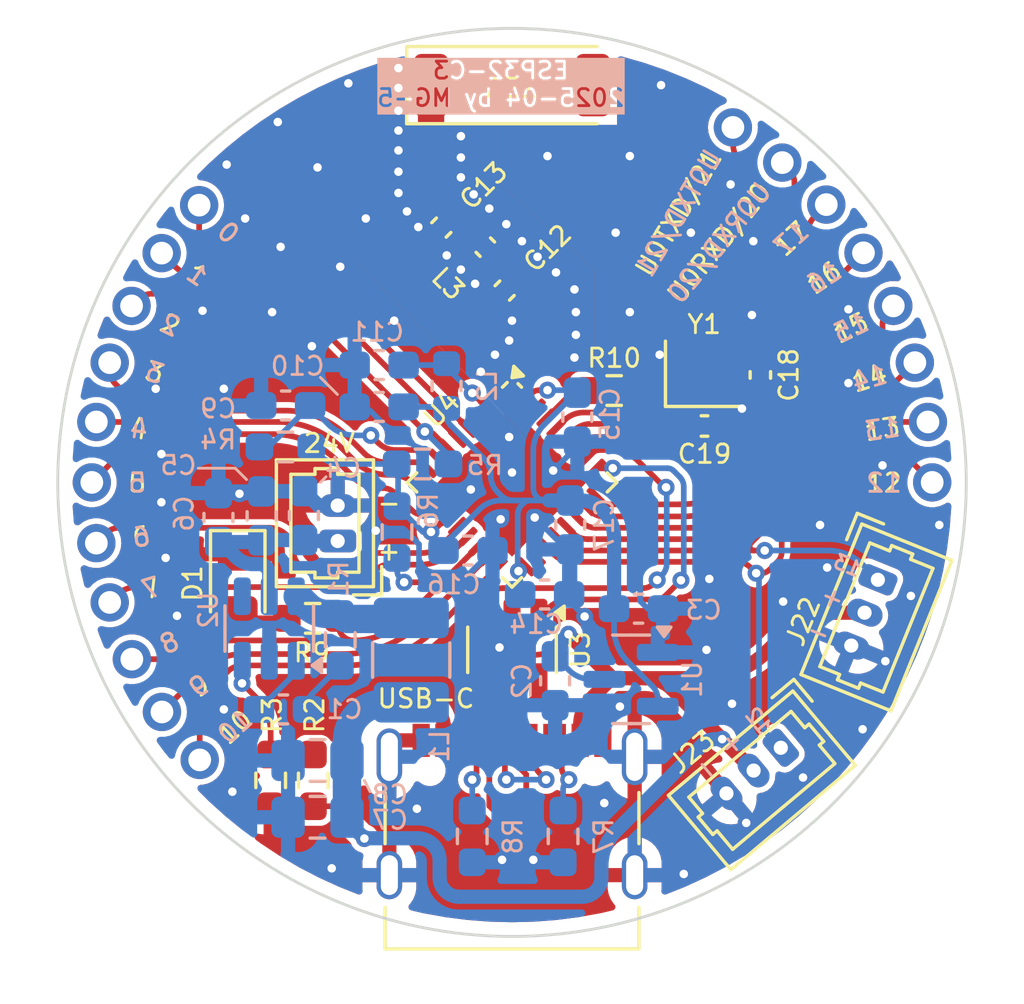
<source format=kicad_pcb>
(kicad_pcb (version 20240108) (generator "pcbnew") (generator_version "8.0")
  (layers (0 "F.Cu" signal) (31 "B.Cu" signal) (34 "B.Paste" user) (35 "F.Paste" user) (36 "B.SilkS" user "B.Silkscreen") (37 "F.SilkS" user "F.Silkscreen") (38 "B.Mask" user) (39 "F.Mask" user) (44 "Edge.Cuts" user))
  (net 0 "")
  (net 2 "Net-(AE1-FEED)")
  (net 3 "Net-(C1-Pad2)")
  (net 4 "Net-(U2-VBST)")
  (net 5 "GND")
  (net 6 "+5V")
  (net 7 "+3.3V")
  (net 8 "+24V")
  (net 9 "Net-(U4-LNA_IN)")
  (net 10 "Net-(U4-XTAL_N)")
  (net 11 "Net-(U4-XTAL_P)")
  (net 12 "Net-(D1-A)")
  (net 13 "/D_Raw+")
  (net 14 "/D_Raw-")
  (net 15 "/GPIO 13")
  (net 16 "/GPIO 14")
  (net 17 "/GPIO 12")
  (net 18 "/GPIO 1")
  (net 19 "/GPIO 4")
  (net 20 "/GPIO 0")
  (net 21 "/GPIO 17")
  (net 22 "/GPIO 15")
  (net 23 "/GPIO 16")
  (net 24 "/GPIO 7")
  (net 25 "/GPIO 6")
  (net 26 "/GPIO 5")
  (net 27 "Net-(U2-SW)")
  (net 28 "Net-(U2-VFB)")
  (net 29 "Net-(U4-CHIP_EN)")
  (net 31 "D-")
  (net 32 "D+")
  (net 33 "/GPIO 9")
  (net 35 "/GPIO 8")
  (net 36 "/GPIO 3")
  (net 37 "/GPIO 10")
  (net 38 "/GPIO 2")
  (net 39 "/U0RXD{slash}GPIO 20")
  (net 40 "/U0TXD{slash}GPIO 21")
  (net 41 "Net-(C11-Pad1)")
  (net 42 "Net-(C19-Pad1)")
  (net 43 "Net-(J12-CC2)")
  (net 44 "Net-(J12-CC1)")
  (footprint "Resistor_SMD:R_0603_1608Metric_Pad0.98x0.95mm_HandSolder" (layer "F.Cu") (at 83.75 110.5 90)
    (property "Reference" "R3")
    (property "Value" "1k5")
  )
  (footprint "extraFootprints:01_P2.00mm" (layer "F.Cu") (at 81.23 90.23 -42.5)
    (property "Reference" "J21" (hide yes))
    (property "Value" "Conn_01x06")
  )
  (footprint "extraFootprints:01_P2.00mm" (layer "F.Cu") (at 79.92 108.09 34)
    (property "Reference" "J4" (hide yes))
    (property "Value" "Conn_01x06")
  )
  (footprint "extraFootprints:01_P2.00mm" (layer "F.Cu") (at 78.08 95.78 -17)
    (property "Reference" "J17" (hide yes))
    (property "Value" "Conn_01x06")
  )
  (footprint "Resistor_SMD:R_0603_1608Metric_Pad0.98x0.95mm_HandSolder" (layer "F.Cu") (at 95.847918 96.762742)
    (property "Reference" "R10")
    (property "Value" "10R")
  )
  (footprint "Resistor_SMD:R_0603_1608Metric_Pad0.98x0.95mm_HandSolder" (layer "F.Cu") (at 85.25 110.5 90)
    (property "Reference" "R2")
    (property "Value" "11k")
  )
  (footprint "Connector_Molex:Molex_PicoBlade_53047-0310_1x03_P1.25mm_Vertical" (layer "F.Cu") (at 105.136516 103.432041 -112)
    (property "Reference" "J22")
    (property "Value" "Conn_01x03_MountingPin")
  )
  (footprint "extraFootprints:01_P2.00mm" (layer "F.Cu") (at 105.68 93.78 25.5)
    (property "Reference" "J11" (hide yes))
    (property "Value" "Conn_01x06")
  )
  (footprint "Resistor_SMD:R_0603_1608Metric_Pad0.98x0.95mm_HandSolder" (layer "F.Cu") (at 85.23 104.79)
    (property "Reference" "R9")
    (property "Value" "560Ω")
  )
  (footprint "extraFootprints:01_P2.00mm" (layer "F.Cu") (at 77.61 102.14 8.5)
    (property "Reference" "J10" (hide yes))
    (property "Value" "Conn_01x06")
  )
  (footprint "Connector_Molex:Molex_PicoBlade_53047-0310_1x03_P1.25mm_Vertical" (layer "F.Cu") (at 101.718301 109.351796 -140)
    (property "Reference" "J23")
    (property "Value" "Conn_01x03_MountingPin")
  )
  (footprint "extraFootprints:01_P2.00mm" (layer "F.Cu") (at 106.9 97.87 8.5)
    (property "Reference" "J16" (hide yes))
    (property "Value" "Conn_01x06")
  )
  (footprint "extraFootprints:01_P2.00mm" (layer "F.Cu") (at 101.77 88.73 51)
    (property "Reference" "J5" (hide yes))
    (property "Value" "Conn_01x06")
  )
  (footprint "extraFootprints:01_P2.00mm" (layer "F.Cu") (at 81.25 109.78 42.5)
    (property "Reference" "J2" (hide yes))
    (property "Value" "Conn_01x06")
  )
  (footprint "extraFootprints:01_P2.00mm" (layer "F.Cu") (at 77.45 100)
    (property "Reference" "J13" (hide yes))
    (property "Value" "Conn_01x06")
  )
  (footprint "extraFootprints:01_P2.00mm" (layer "F.Cu") (at 78.85 93.78 -25.5)
    (property "Reference" "J19" (hide yes))
    (property "Value" "Conn_01x06")
  )
  (footprint "extraFootprints:01_P2.00mm" (layer "F.Cu") (at 78.86 106.23 25.5)
    (property "Reference" "J6" (hide yes))
    (property "Value" "Conn_01x06")
  )
  (footprint "extraFootprints:01_P2.00mm" (layer "F.Cu") (at 77.61 97.87 -8.5)
    (property "Reference" "J15" (hide yes))
    (property "Value" "Conn_01x06")
  )
  (footprint "Connector_USB:USB_C_Receptacle_Palconn_UTC16-G" (layer "F.Cu") (at 92.25 111.6)
    (property "Reference" "J12" (hide yes))
    (property "Value" "USB_C_Receptacle_USB2.0_16P")
  )
  (footprint "extraFootprints:01_P2.00mm" (layer "F.Cu") (at 78.08 104.23 17)
    (property "Reference" "J8" (hide yes))
    (property "Value" "Conn_01x06")
  )
  (footprint "Capacitor_SMD:C_0402_1005Metric_Pad0.74x0.62mm_HandSolder" (layer "F.Cu") (at 100.997918 96.212742 -90)
    (property "Reference" "C18")
    (property "Value" "10pF")
  )
  (footprint "extraFootprints:01_P2.00mm" (layer "F.Cu") (at 79.91 91.92 -34)
    (property "Reference" "J20" (hide yes))
    (property "Value" "Conn_01x06")
  )
  (footprint "Connector_Molex:Molex_PicoBlade_53047-0210_1x02_P1.25mm_Vertical" (layer "F.Cu") (at 86.11 102.065 90)
    (property "Reference" "J1" (hide yes))
    (property "Value" "Power Input")
  )
  (footprint "LED_SMD:LED_0805_2012Metric_Pad1.15x1.40mm_HandSolder" (layer "F.Cu") (at 82.59 103.56 -90)
    (property "Reference" "D1")
    (property "Value" "LED")
  )
  (footprint "Capacitor_SMD:C_0402_1005Metric_Pad0.74x0.62mm_HandSolder" (layer "F.Cu") (at 89.76 91.02 -135)
    (property "Reference" "C13")
    (property "Value" "1p5")
  )
  (footprint "Inductor_SMD:L_0402_1005Metric_Pad0.77x0.64mm_HandSolder" (layer "F.Cu") (at 91.31 91.71 135)
    (property "Reference" "L3")
    (property "Value" "6n2")
  )
  (footprint "Package_DFN_QFN:QFN-32-1EP_5x5mm_P0.5mm_EP3.7x3.7mm" (layer "F.Cu") (at 92.25 100 -45)
    (property "Reference" "U4")
    (property "Value" "ESP32-C3")
  )
  (footprint "Capacitor_SMD:C_0402_1005Metric_Pad0.74x0.62mm_HandSolder" (layer "F.Cu") (at 91.99 93.24 -135)
    (property "Reference" "C12")
    (property "Value" "1p5")
  )
  (footprint "extraFootprints:01_P2.00mm" (layer "F.Cu") (at 106.44 95.78 17)
    (property "Reference" "J14" (hide yes))
    (property "Value" "Conn_01x06")
  )
  (footprint "extraFootprints:01_P2.00mm" (layer "F.Cu") (at 103.32 90.21 42.5)
    (property "Reference" "J7" (hide yes))
    (property "Value" "Conn_01x06")
  )
  (footprint "extraFootprints:01_P2.00mm" (layer "F.Cu") (at 104.63 91.91 34)
    (property "Reference" "J9" (hide yes))
    (property "Value" "Conn_01x06")
  )
  (footprint "Package_TO_SOT_SMD:SOT-23-6" (layer "F.Cu") (at 92.25 105.9 -90)
    (property "Reference" "U3")
    (property "Value" "USBLC6-2SC6")
  )
  (footprint "extraFootprints:01_P2.00mm" (layer "F.Cu") (at 107.05 100)
    (property "Reference" "J18" (hide yes))
    (property "Value" "Conn_01x06")
  )
  (footprint "extraFootprints:01_P2.00mm" (layer "F.Cu") (at 100.03 87.49 59.5)
    (property "Reference" "J3" (hide yes))
    (property "Value" "Conn_01x06")
  )
  (footprint "RF_Antenna:Johanson_2450AT43F0100" (layer "F.Cu") (at 92.25 86)
    (property "Reference" "AE1")
    (property "Value" "Antenna_Chip")
  )
  (footprint "Capacitor_SMD:C_0402_1005Metric_Pad0.74x0.62mm_HandSolder" (layer "F.Cu") (at 99.030418 98.012742)
    (property "Reference" "C19")
    (property "Value" "10pF")
  )
  (footprint "Crystal:Crystal_SMD_2016-4Pin_2.0x1.6mm" (layer "F.Cu") (at 99.005418 96.172742)
    (property "Reference" "Y1")
    (property "Value" "E9X400081G08")
  )
  (footprint "Resistor_SMD:R_0603_1608Metric_Pad0.98x0.95mm_HandSolder" (layer "B.Cu") (at 86.2 105.55 90)
    (property "Reference" "R1")
    (property "Value" "0R")
  )
  (footprint "Capacitor_SMD:C_0603_1608Metric_Pad1.08x0.95mm_HandSolder" (layer "B.Cu") (at 84.2775 97.29 180)
    (property "Reference" "C9")
    (property "Value" "1u")
  )
  (footprint "Capacitor_SMD:C_0603_1608Metric_Pad1.08x0.95mm_HandSolder" (layer "B.Cu") (at 90.7 102.4)
    (property "Reference" "C16")
    (property "Value" "100 nF")
  )
  (footprint "Capacitor_SMD:C_0805_2012Metric_Pad1.18x1.45mm_HandSolder" (layer "B.Cu") (at 85.4 111.8)
    (property "Reference" "C7")
    (property "Value" "22u")
  )
  (footprint "Resistor_SMD:R_0603_1608Metric_Pad0.98x0.95mm_HandSolder" (layer "B.Cu") (at 89.1 99.35)
    (property "Reference" "R5")
    (property "Value" "10kΩ")
  )
  (footprint "Resistor_SMD:R_0603_1608Metric_Pad0.98x0.95mm_HandSolder" (layer "B.Cu") (at 84.2675 98.75 180)
    (property "Reference" "R4")
    (property "Value" "10k")
  )
  (footprint "Inductor_SMD:L_0603_1608Metric" (layer "B.Cu") (at 89.945 96.6025 90)
    (property "Reference" "L2")
    (property "Value" "2n2")
  )
  (footprint "Capacitor_SMD:C_0603_1608Metric_Pad1.08x0.95mm_HandSolder" (layer "B.Cu") (at 81.91 101.24 -90)
    (property "Reference" "C6")
    (property "Value" "100n 35V")
  )
  (footprint "Capacitor_SMD:C_0603_1608Metric_Pad1.08x0.95mm_HandSolder" (layer "B.Cu") (at 94.3 101.5 -90)
    (property "Reference" "C17")
    (property "Value" "10 uF")
  )
  (footprint "Capacitor_SMD:C_0603_1608Metric_Pad1.08x0.95mm_HandSolder" (layer "B.Cu") (at 84.2 108)
    (property "Reference" "C1")
    (property "Value" "100n")
  )
  (footprint "Capacitor_SMD:C_0603_1608Metric_Pad1.08x0.95mm_HandSolder" (layer "B.Cu") (at 96.7075 104.45)
    (property "Reference" "C3")
    (property "Value" "1u")
  )
  (footprint "Capacitor_SMD:C_0603_1608Metric_Pad1.08x0.95mm_HandSolder" (layer "B.Cu") (at 94.55 97.7 -90)
    (property "Reference" "C15")
    (property "Value" "100 nF")
  )
  (footprint "Capacitor_SMD:C_0603_1608Metric_Pad1.08x0.95mm_HandSolder" (layer "B.Cu") (at 93.4 103.95)
    (property "Reference" "C14")
    (property "Value" "100 nF")
  )
  (footprint "Capacitor_SMD:C_0603_1608Metric_Pad1.08x0.95mm_HandSolder" (layer "B.Cu") (at 93.7675 106.99 -90)
    (property "Reference" "C2")
    (property "Value" "1u")
  )
  (footprint "Capacitor_SMD:C_0805_2012Metric_Pad1.18x1.45mm_HandSolder" (layer "B.Cu") (at 85.4 109.8)
    (property "Reference" "C8")
    (property "Value" "22u")
  )
  (footprint "Capacitor_SMD:C_0603_1608Metric_Pad1.08x0.95mm_HandSolder" (layer "B.Cu") (at 87.57 95.865 180)
    (property "Reference" "C11")
    (property "Value" "1u")
  )
  (footprint "Inductor_SMD:L_1210_3225Metric_Pad1.42x2.65mm_HandSolder" (layer "B.Cu") (at 88.7 106.2625 90)
    (property "Reference" "L1")
    (property "Value" "10u (1276AS-H-100M=P2)")
  )
  (footprint "Capacitor_SMD:C_0603_1608Metric_Pad1.08x0.95mm_HandSolder" (layer "B.Cu") (at 84.92 101.17 -90)
    (property "Reference" "C4")
    (property "Value" "10u 35V")
  )
  (footprint "Package_TO_SOT_SMD:SOT-23-6" (layer "B.Cu") (at 83.7 105.15 90)
    (property "Reference" "U2")
    (property "Value" "TPP361061-T6TR")
  )
  (footprint "Resistor_SMD:R_0603_1608Metric_Pad0.98x0.95mm_HandSolder" (layer "B.Cu") (at 88.2 101.75 90)
    (property "Reference" "R6")
    (property "Value" "10kΩ")
  )
  (footprint "Resistor_SMD:R_0603_1608Metric_Pad0.98x0.95mm_HandSolder" (layer "B.Cu") (at 90.85 112.475 90)
    (property "Reference" "R8")
    (property "Value" "5k1")
  )
  (footprint "Capacitor_SMD:C_0603_1608Metric_Pad1.08x0.95mm_HandSolder" (layer "B.Cu") (at 87.57 97.34 180)
    (property "Reference" "C10")
    (property "Value" "100n")
  )
  (footprint "Capacitor_SMD:C_0603_1608Metric_Pad1.08x0.95mm_HandSolder" (layer "B.Cu") (at 83.43 101.18 -90)
    (property "Reference" "C5")
    (property "Value" "10u 35V")
  )
  (footprint "Resistor_SMD:R_0603_1608Metric_Pad0.98x0.95mm_HandSolder" (layer "B.Cu") (at 94.05 112.475 90)
    (property "Reference" "R7")
    (property "Value" "5k1")
  )
  (footprint "Package_TO_SOT_SMD:SOT-23" (layer "B.Cu") (at 96.445 106.94 180)
    (property "Reference" "U1")
    (property "Value" "MCP1703Ax-330xxTT")
  )
  (gr_line (start 82.5 99.5) (end 82.9 99.9) (stroke (width 0.1)) (layer "B.SilkS"))
  (gr_line (start 82.5 99.5) (end 81.2 99.5) (stroke (width 0.1)) (layer "B.SilkS"))
  (gr_line (start 87.25 110.9) (end 87.05 110.5) (stroke (width 0.1)) (layer "B.SilkS"))
  (gr_line (start 86.1 96.9) (end 85.5 96.3) (stroke (width 0.1)) (layer "B.SilkS"))
  (gr_line (start 85.7 99.8) (end 85.5 100) (stroke (width 0.1)) (layer "B.SilkS"))
  (gr_circle (center 92.25 100) (end 108.25 100) (stroke (width 0.1)) (fill none) (layer "Edge.Cuts"))
  (gr_text "5\n" (at 79.05 100.4 0) (layer "B.SilkS") (effects (font (size 0.65 0.65) (thickness 0.1)) (justify bottom mirror)))
  (gr_text "10\n" (at 82.75 108.9 42.5) (layer "B.SilkS") (effects (font (size 0.65 0.65) (thickness 0.1)) (justify bottom mirror)))
  (gr_text "U0RXD/20" (at 99.85 91.8 51) (layer "B.SilkS") (effects (font (size 0.65 0.65) (thickness 0.1)) (justify bottom mirror)))
  (gr_text "17" (at 102.35 91.7 42.5) (layer "B.SilkS") (effects (font (size 0.65 0.65) (thickness 0.1)) (justify bottom mirror)))
  (gr_text "ESP32-C3\n2025-04 by MG-5" (at 91.85 86.8 0) (layer "B.SilkS" knockout) (effects (font (size 0.6 0.6) (thickness 0.1)) (justify bottom mirror)))
  (gr_text "12" (at 105.35 100.4 0) (layer "B.SilkS") (effects (font (size 0.65 0.65) (thickness 0.1)) (justify bottom mirror)))
  (gr_text "13" (at 105.35 98.5 8.5) (layer "B.SilkS") (effects (font (size 0.65 0.65) (thickness 0.1)) (justify bottom mirror)))
  (gr_text "9" (at 81.45 107.5 34) (layer "B.SilkS") (effects (font (size 0.65 0.65) (thickness 0.1)) (justify bottom mirror)))
  (gr_text "13" (at 104.45 103.4 -22) (layer "B.SilkS") (effects (font (size 0.5 0.5) (thickness 0.1)) (justify left bottom mirror)))
  (gr_text "8\n" (at 80.35 106 25.5) (layer "B.SilkS") (effects (font (size 0.65 0.65) (thickness 0.1)) (justify bottom mirror)))
  (gr_text "+" (at 103.05 104.4 248) (layer "B.SilkS") (effects (font (size 0.65 0.65) (thickness 0.1)) (justify left bottom mirror)))
  (gr_text "12" (at 101.05 109 310) (layer "B.SilkS") (effects (font (size 0.5 0.5) (thickness 0.1)) (justify left bottom mirror)))
  (gr_text "14" (at 104.95 96.7 17) (layer "B.SilkS") (effects (font (size 0.65 0.65) (thickness 0.1)) (justify bottom mirror)))
  (gr_text "2" (at 80.05 94.8 334.5) (layer "B.SilkS") (effects (font (size 0.65 0.65) (thickness 0.1)) (justify bottom mirror)))
  (gr_text "16" (at 103.45 93.1 34) (layer "B.SilkS") (effects (font (size 0.65 0.65) (thickness 0.1)) (justify bottom mirror)))
  (gr_text "4" (at 79.05 98.5 351.5) (layer "B.SilkS") (effects (font (size 0.65 0.65) (thickness 0.1)) (justify bottom mirror)))
  (gr_text "0" (at 82.25 91.2 317.5) (layer "B.SilkS") (effects (font (size 0.65 0.65) (thickness 0.1)) (justify mirror)))
  (gr_text "+" (at 100.05 109.8 310) (layer "B.SilkS") (effects (font (size 0.65 0.65) (thickness 0.1)) (justify left bottom mirror)))
  (gr_text "1\n" (at 80.95 93 326) (layer "B.SilkS") (effects (font (size 0.65 0.65) (thickness 0.1)) (justify bottom mirror)))
  (gr_text "15" (at 104.35 94.9 25.5) (layer "B.SilkS") (effects (font (size 0.65 0.65) (thickness 0.1)) (justify bottom mirror)))
  (gr_text "-" (at 99.15 110.7 -50) (layer "B.SilkS") (effects (font (size 0.65 0.65) (thickness 0.1)) (justify left bottom mirror)))
  (gr_text "7\n" (at 79.65 104.1 17) (layer "B.SilkS") (effects (font (size 0.65 0.65) (thickness 0.1)) (justify bottom mirror)))
  (gr_text "U0TXD/21\n" (at 98.449996 90.7 59.5) (layer "B.SilkS") (effects (font (size 0.65 0.65) (thickness 0.1)) (justify bottom mirror)))
  (gr_text "-" (at 103.35 105.8 -22) (layer "B.SilkS") (effects (font (size 0.65 0.65) (thickness 0.1)) (justify left bottom mirror)))
  (gr_text "6\n" (at 79.25 102.3 8.5) (layer "B.SilkS") (effects (font (size 0.65 0.65) (thickness 0.1)) (justify bottom mirror)))
  (gr_text "3" (at 79.55 96.5 343) (layer "B.SilkS") (effects (font (size 0.65 0.65) (thickness 0.1)) (justify bottom mirror)))
  (gr_text "15" (at 104.349996 94.9 25.5) (layer "F.SilkS") (effects (font (size 0.65 0.65) (thickness 0.1)) (justify bottom)))
  (gr_text "0" (at 82.25 91.2 317.5) (layer "F.SilkS") (effects (font (size 0.65 0.65) (thickness 0.1))))
  (gr_text "13" (at 105.349996 98.5 8.5) (layer "F.SilkS") (effects (font (size 0.65 0.65) (thickness 0.1)) (justify bottom)))
  (gr_text "2" (at 80.05 94.8 334.5) (layer "F.SilkS") (effects (font (size 0.65 0.65) (thickness 0.1)) (justify bottom)))
  (gr_text "9" (at 81.45 107.5 34) (layer "F.SilkS") (effects (font (size 0.65 0.65) (thickness 0.1)) (justify bottom)))
  (gr_text "4" (at 79.05 98.5 351.5) (layer "F.SilkS") (effects (font (size 0.65 0.65) (thickness 0.1)) (justify bottom)))
  (gr_text "USB-C" (at 87.45 108 0) (layer "F.SilkS") (effects (font (size 0.65 0.65) (thickness 0.1)) (justify left bottom)))
  (gr_text "+" (at 87.45 102.8 0) (layer "F.SilkS") (effects (font (size 0.65 0.65) (thickness 0.1)) (justify left bottom)))
  (gr_text "5\n" (at 79.05 100.4 0) (layer "F.SilkS") (effects (font (size 0.65 0.65) (thickness 0.1)) (justify bottom)))
  (gr_text "U0RXD/20" (at 99.849996 91.8 51) (layer "F.SilkS") (effects (font (size 0.65 0.65) (thickness 0.1)) (justify bottom)))
  (gr_text "24V\n" (at 84.85 99 0) (layer "F.SilkS") (effects (font (size 0.65 0.65) (thickness 0.1)) (justify left bottom)))
  (gr_text "U0TXD/21\n" (at 98.45 90.7 59.5) (layer "F.SilkS") (effects (font (size 0.65 0.65) (thickness 0.1)) (justify bottom)))
  (gr_text "6\n" (at 79.25 102.3 8.5) (layer "F.SilkS") (effects (font (size 0.65 0.65) (thickness 0.1)) (justify bottom)))
  (gr_text "10\n" (at 82.75 108.9 42.5) (layer "F.SilkS") (effects (font (size 0.65 0.65) (thickness 0.1)) (justify bottom)))
  (gr_text "12" (at 105.349996 100.4 0) (layer "F.SilkS") (effects (font (size 0.65 0.65) (thickness 0.1)) (justify bottom)))
  (gr_text "1\n" (at 80.95 93 326) (layer "F.SilkS") (effects (font (size 0.65 0.65) (thickness 0.1)) (justify bottom)))
  (gr_text "-" (at 87.45 101.1 0) (layer "F.SilkS") (effects (font (size 0.65 0.65) (thickness 0.1)) (justify left bottom)))
  (gr_text "16" (at 103.449996 93.1 34) (layer "F.SilkS") (effects (font (size 0.65 0.65) (thickness 0.1)) (justify bottom)))
  (gr_text "7\n" (at 79.65 104.1 17) (layer "F.SilkS") (effects (font (size 0.65 0.65) (thickness 0.1)) (justify bottom)))
  (gr_text "8\n" (at 80.35 106 25.5) (layer "F.SilkS") (effects (font (size 0.65 0.65) (thickness 0.1)) (justify bottom)))
  (gr_text "3" (at 79.55 96.5 343) (layer "F.SilkS") (effects (font (size 0.65 0.65) (thickness 0.1)) (justify bottom)))
  (gr_text "14" (at 104.949996 96.7 17) (layer "F.SilkS") (effects (font (size 0.65 0.65) (thickness 0.1)) (justify bottom)))
  (gr_text "17" (at 102.349996 91.7 42.5) (layer "F.SilkS") (effects (font (size 0.65 0.65) (thickness 0.1)) (justify bottom)))
  (segment (start 89.780641 90.238075) (end 90.140977 90.598411) (width 0.926) (layer "F.Cu") (net 2))
  (segment (start 90.239022 90.639022) (end 90.905181 91.305181) (width 0.926) (layer "F.Cu") (net 2))
  (segment (start 89.4 89.319125) (end 89.4 86) (width 0.926) (layer "F.Cu") (net 2))
  (arc (start 90.140977 90.598411) (mid 90.163468 90.613439) (end 90.19 90.618717) (width 0.926) (layer "F.Cu") (net 2))
  (arc (start 90.239022 90.639022) (mid 90.21653 90.623994) (end 90.19 90.618717) (width 0.926) (layer "F.Cu") (net 2))
  (arc (start 89.780641 90.238075) (mid 89.498925 89.816457) (end 89.4 89.319125) (width 0.926) (layer "F.Cu") (net 2))
  (segment (start 85.0625 107.8) (end 85.0625 108) (width 0.2) (layer "B.Cu") (net 3))
  (segment (start 85.203921 107.458578) (end 86.2 106.4625) (width 0.2) (layer "B.Cu") (net 3))
  (arc (start 85.0625 107.8) (mid 85.099254 107.615223) (end 85.203921 107.458578) (width 0.2) (layer "B.Cu") (net 3))
  (segment (start 84.508578 106.828921) (end 83.3375 108) (width 0.2) (layer "B.Cu") (net 4))
  (segment (start 84.65 106.4875) (end 84.65 106.2875) (width 0.2) (layer "B.Cu") (net 4))
  (arc (start 84.65 106.4875) (mid 84.613245 106.672275) (end 84.508578 106.828921) (width 0.2) (layer "B.Cu") (net 4))
  (segment (start 92.25 105.069289) (end 92.25 104.7625) (width 0.2) (layer "F.Cu") (net 5))
  (segment (start 99.803576 96.780242) (end 100.997918 96.780242) (width 0.2) (layer "F.Cu") (net 5))
  (segment (start 91.598717 93.641283) (end 91.588717 93.641283) (width 0.5) (layer "F.Cu") (net 5))
  (segment (start 99.71697 96.734294) (end 99.734168 96.751492) (width 0.2) (layer "F.Cu") (net 5))
  (segment (start 91.615788 93.634211) (end 91.755695 93.494305) (width 0.5) (layer "F.Cu") (net 5))
  (segment (start 97.659533 95.622742) (end 98.305418 95.622742) (width 0.2) (layer "F.Cu") (net 5))
  (segment (start 99.651668 97.958992) (end 99.597918 98.012742) (width 0.2) (layer "F.Cu") (net 5))
  (segment (start 91.809621 105.816457) (end 92.033067 105.59301) (width 0.2) (layer "F.Cu") (net 5))
  (segment (start 99.705418 97.829228) (end 99.705418 96.73908) (width 0.2) (layer "F.Cu") (net 5))
  (segment (start 99.71697 96.76697) (end 100.35 97.4) (width 0.2) (layer "F.Cu") (net 5))
  (segment (start 97.511371 95.561371) (end 97.45 95.5) (width 0.2) (layer "F.Cu") (net 5))
  (via (at 88.9 111.5) (size 0.6) (drill 0.3) (layers "F.Cu" "B.Cu") (net 5))
  (via (at 92.15 95) (size 0.6) (drill 0.3) (layers "F.Cu" "B.Cu") (net 5))
  (via (at 95.9 91.2) (size 0.6) (drill 0.3) (layers "F.Cu" "B.Cu") (net 5))
  (via (at 96.05 107.9) (size 0.6) (drill 0.3) (layers "F.Cu" "B.Cu") (net 5))
  (via (at 91.85 101.3) (size 0.6) (drill 0.3) (layers "F.Cu" "B.Cu") (net 5))
  (via (at 92.25 99.65) (size 0.6) (drill 0.3) (layers "F.Cu" "B.Cu") (net 5))
  (via (at 99.2 103.4) (size 0.6) (drill 0.3) (layers "F.Cu" "B.Cu") (net 5))
  (via (at 104.1 93.9) (size 0.6) (drill 0.3) (layers "F.Cu" "B.Cu") (net 5))
  (via (at 89.95 92) (size 0.6) (drill 0.3) (layers "F.Cu" "B.Cu") (net 5))
  (via (at 100.7 94.1) (size 0.6) (drill 0.3) (layers "F.Cu" "B.Cu") (net 5))
  (via (at 100.5 112) (size 0.6) (drill 0.3) (layers "F.Cu" "B.Cu") (net 5))
  (via (at 98.55 91.2) (size 0.6) (drill 0.3) (layers "F.Cu" "B.Cu") (net 5))
  (via (at 93.8 92.6) (size 0.6) (drill 0.3) (layers "F.Cu" "B.Cu") (net 5))
  (via (at 81.35 93.95) (size 0.6) (drill 0.3) (layers "F.Cu" "B.Cu") (net 5))
  (via (at 91.15 96.1) (size 0.6) (drill 0.3) (layers "F.Cu" "B.Cu") (net 5))
  (via (at 90.8 100.25) (size 0.6) (drill 0.3) (layers "F.Cu" "B.Cu") (net 5))
  (via (at 88.25 88.3) (size 0.6) (drill 0.3) (layers "F.Cu" "B.Cu") (net 5))
  (via (at 93 113.3) (size 0.6) (drill 0.3) (layers "F.Cu" "B.Cu") (net 5))
  (via (at 88.95 91) (size 0.6) (drill 0.3) (layers "F.Cu" "B.Cu") (net 5))
  (via (at 82.4 110.9) (size 0.6) (drill 0.3) (layers "F.Cu" "B.Cu") (net 5))
  (via (at 82.2 88.8) (size 0.6) (drill 0.3) (layers "F.Cu" "B.Cu") (net 5))
  (via (at 82.85 90.7) (size 0.6) (drill 0.3) (layers "F.Cu" "B.Cu") (net 5))
  (via (at 107.3 101.5) (size 0.6) (drill 0.3) (layers "F.Cu" "B.Cu") (net 5))
  (via (at 92.05 90.9) (size 0.6) (drill 0.3) (layers "F.Cu" "B.Cu") (net 5))
  (via (at 99.1 105.9) (size 0.6) (drill 0.3) (layers "F.Cu" "B.Cu") (net 5))
  (via (at 79.7 96.7) (size 0.6) (drill 0.3) (layers "F.Cu" "B.Cu") (net 5))
  (via (at 90.9 89.85) (size 0.6) (drill 0.3) (layers "F.Cu" "B.Cu") (net 5))
  (via (at 88.25 89.8) (size 0.6) (drill 0.3) (layers "F.Cu" "B.Cu") (net 5))
  (via (at 82.65 100.4) (size 0.6) (drill 0.3) (layers "F.Cu" "B.Cu") (net 5))
  (via (at 90.95 93) (size 0.6) (drill 0.3) (layers "F.Cu" "B.Cu") (net 5))
  (via (at 82.1 108) (size 0.6) (drill 0.3) (layers "F.Cu" "B.Cu") (net 5))
  (via (at 105.4 106.3) (size 0.6) (drill 0.3) (layers "F.Cu" "B.Cu") (net 5))
  (via (at 90.45 89.25) (size 0.6) (drill 0.3) (layers "F.Cu" "B.Cu") (net 5))
  (via (at 80.45 104.7) (size 0.6) (drill 0.3) (layers "F.Cu" "B.Cu") (net 5))
  (via (at 102.5 110.4) (size 0.6) (drill 0.3) (layers "F.Cu" "B.Cu") (net 5))
  (via (at 94.5 94.8) (size 0.6) (drill 0.3) (layers "F.Cu" "B.Cu") (net 5))
  (via (at 101.8 104.2) (size 0.6) (drill 0.3) (layers "F.Cu" "B.Cu") (net 5))
  (via (at 91.45 90.35) (size 0.6) (drill 0.3) (layers "F.Cu" "B.Cu") (net 5))
  (via (at 88.25 89.05) (size 0.6) (drill 0.3) (layers "F.Cu" "B.Cu") (net 5))
  (via (at 92.6 91.5) (size 0.6) (drill 0.3) (layers "F.Cu" "B.Cu") (net 5))
  (via (at 93.5 88.5) (size 0.6) (drill 0.3) (layers "F.Cu" "B.Cu") (net 5))
  (via (at 96.4 94) (size 0.6) (drill 0.3) (layers "F.Cu" "B.Cu") (net 5))
  (via (at 88.25 85.4) (size 0.6) (drill 0.3) (layers "F.Cu" "B.Cu") (net 5))
  (via (at 96.4 88.5) (size 0.6) (drill 0.3) (layers "F.Cu" "B.Cu") (net 5))
  (via (at 91.9 113.3) (size 0.6) (drill 0.3) (layers "F.Cu" "B.Cu") (net 5))
  (via (at 92.25 94.3) (size 0.6) (drill 0.3) (layers "F.Cu" "B.Cu") (net 5))
  (via (at 94.45 93.2) (size 0.6) (drill 0.3) (layers "F.Cu" "B.Cu") (net 5))
  (via (at 91.809621 105.816457) (size 0.6) (drill 0.3) (layers "F.Cu" "B.Cu") (net 5))
  (via (at 79.9 99) (size 0.6) (drill 0.3) (layers "F.Cu" "B.Cu") (net 5))
  (via (at 105.3 99.4) (size 0.6) (drill 0.3) (layers "F.Cu" "B.Cu") (net 5))
  (via (at 104.1 96.5) (size 0.6) (drill 0.3) (layers "F.Cu" "B.Cu") (net 5))
  (via (at 79.9 100.7) (size 0.6) (drill 0.3) (layers "F.Cu" "B.Cu") (net 5))
  (via (at 93.15 92.05) (size 0.6) (drill 0.3) (layers "F.Cu" "B.Cu") (net 5))
  (via (at 88.1 94.3) (size 0.6) (drill 0.3) (layers "F.Cu" "B.Cu") (net 5))
  (via (at 103.35 103) (size 0.6) (drill 0.3) (layers "F.Cu" "B.Cu") (net 5))
  (via (at 88.25 86.9) (size 0.6) (drill 0.3) (layers "F.Cu" "B.Cu") (net 5))
  (via (at 106.3 104) (size 0.6) (drill 0.3) (layers "F.Cu" "B.Cu") (net 5))
  (via (at 88.55 90.45) (size 0.6) (drill 0.3) (layers "F.Cu" "B.Cu") (net 5))
  (via (at 88.25 86.1) (size 0.6) (drill 0.3) (layers "F.Cu" "B.Cu") (net 5))
  (via (at 87.45 101.7) (size 0.6) (drill 0.3) (layers "F.Cu" "B.Cu") (net 5))
  (via (at 94.45 95.6) (size 0.6) (drill 0.3) (layers "F.Cu" "B.Cu") (net 5))
  (via (at 94.5 94) (size 0.6) (drill 0.3) (layers "F.Cu" "B.Cu") (net 5))
  (via (at 83.8 94) (size 0.6) (drill 0.3) (layers "F.Cu" "B.Cu") (net 5))
  (via (at 85.4 88.9) (size 0.6) (drill 0.3) (layers "F.Cu" "B.Cu") (net 5))
  (via (at 97.5 86) (size 0.6) (drill 0.3) (layers "F.Cu" "B.Cu") (net 5))
  (via (at 90.45 88.55) (size 0.6) (drill 0.3) (layers "F.Cu" "B.Cu") (net 5))
  (via (at 100.35 97.4) (size 0.6) (drill 0.3) (layers "F.Cu" "B.Cu") (net 5))
  (via (at 84.1 91.7) (size 0.6) (drill 0.3) (layers "F.Cu" "B.Cu") (net 5))
  (via (at 88.25 87.6) (size 0.6) (drill 0.3) (layers "F.Cu" "B.Cu") (net 5))
  (via (at 91.65 95.5) (size 0.6) (drill 0.3) (layers "F.Cu" "B.Cu") (net 5))
  (via (at 104.6 108.7) (size 0.6) (drill 0.3) (layers "F.Cu" "B.Cu") (net 5))
  (via (at 90.45 87.8) (size 0.6) (drill 0.3) (layers "F.Cu" "B.Cu") (net 5))
  (via (at 87.1 90.7) (size 0.6) (drill 0.3) (layers "F.Cu" "B.Cu") (net 5))
  (via (at 85.2 95.2) (size 0.6) (drill 0.3) (layers "F.Cu" "B.Cu") (net 5))
  (via (at 100.75 91.5) (size 0.6) (drill 0.3) (layers "F.Cu" "B.Cu") (net 5))
  (via (at 90.45 92.5) (size 0.6) (drill 0.3) (layers "F.Cu" "B.Cu") (net 5))
  (via (at 97.45 95.5) (size 0.6) (drill 0.3) (layers "F.Cu" "B.Cu") (net 5))
  (via (at 95.5 111.3) (size 0.6) (drill 0.3) (layers "F.Cu" "B.Cu") (net 5))
  (via (at 93.7 99.581985) (size 0.6) (drill 0.3) (layers "F.Cu" "B.Cu") (net 5))
  (via (at 94.8075 104.725646) (size 0.6) (drill 0.3) (layers "F.Cu" "B.Cu") (net 5))
  (via (at 84 87.3) (size 0.6) (drill 0.3) (layers "F.Cu" "B.Cu") (net 5))
  (via (at 86.2 92.4) (size 0.6) (drill 0.3) (layers "F.Cu" "B.Cu") (net 5))
  (via (at 98.3 113.8) (size 0.6) (drill 0.3) (layers "F.Cu" "B.Cu") (net 5))
  (via (at 92.15 98.4) (size 0.6) (drill 0.3) (layers "F.Cu" "B.Cu") (net 5))
  (via (at 80.05 102.66) (size 0.6) (drill 0.3) (layers "F.Cu" "B.Cu") (net 5))
  (via (at 85.9 113.6) (size 0.6) (drill 0.3) (layers "F.Cu" "B.Cu") (net 5))
  (via (at 99.95 89.5) (size 0.6) (drill 0.3) (layers "F.Cu" "B.Cu") (net 5))
  (via (at 93.05 101.2375) (size 0.6) (drill 0.3) (layers "F.Cu" "B.Cu") (net 5))
  (via (at 82.1 96.7) (size 0.6) (drill 0.3) (layers "F.Cu" "B.Cu") (net 5))
  (via (at 100 107.8) (size 0.6) (drill 0.3) (layers "F.Cu" "B.Cu") (net 5))
  (via (at 103.1 101.5) (size 0.6) (drill 0.3) (layers "F.Cu" "B.Cu") (net 5))
  (via (at 86.48633 85.936001) (size 0.6) (drill 0.3) (layers "F.Cu" "B.Cu") (net 5))
  (arc (start 91.598717 93.641283) (mid 91.607955 93.639445) (end 91.615788 93.634211) (width 0.5) (layer "F.Cu") (net 5))
  (arc (start 99.71697 96.734294) (mid 99.709595 96.732827) (end 99.705418 96.73908) (width 0.2) (layer "F.Cu") (net 5))
  (arc (start 97.659533 95.622742) (mid 97.579348 95.606792) (end 97.511371 95.561371) (width 0.2) (layer "F.Cu") (net 5))
  (arc (start 99.705418 97.829228) (mid 99.691448 97.899455) (end 99.651668 97.958992) (width 0.2) (layer "F.Cu") (net 5))
  (arc (start 99.71697 96.734294) (mid 99.709595 96.732827) (end 99.705418 96.73908) (width 0.2) (layer "F.Cu") (net 5))
  (arc (start 99.803576 96.780242) (mid 99.766012 96.77277) (end 99.734168 96.751492) (width 0.2) (layer "F.Cu") (net 5))
  (arc (start 92.25 105.069289) (mid 92.19362 105.352724) (end 92.033067 105.59301) (width 0.2) (layer "F.Cu") (net 5))
  (arc (start 99.71697 96.76697) (mid 99.70842 96.754174) (end 99.705418 96.73908) (width 0.2) (layer "F.Cu") (net 5))
  (segment (start 97.0325 104.45) (end 96.763429 104.180929) (width 0.2) (layer "B.Cu") (net 5))
  (segment (start 94.55 98.647242) (end 94.55 98.5625) (width 0.2) (layer "B.Cu") (net 5))
  (segment (start 89.1 99.987867) (end 89.1 99.252436) (width 0.2) (layer "B.Cu") (net 5))
  (segment (start 88.975 102.183278) (end 88.975 103.125) (width 0.2) (layer "B.Cu") (net 5))
  (segment (start 94.2625 103.9875) (end 92.433543 105.816457) (width 0.2) (layer "B.Cu") (net 5))
  (segment (start 89.612132 100.5) (end 90.373223 100.5) (width 0.2) (layer "B.Cu") (net 5))
  (segment (start 94.490078 98.791906) (end 93.7 99.581985) (width 0.2) (layer "B.Cu") (net 5))
  (segment (start 96.763429 102.386571) (end 96.85 102.3) (width 0.2) (layer "B.Cu") (net 5))
  (segment (start 94.2625 103.95) (end 94.2625 103.9875) (width 0.2) (layer "B.Cu") (net 5))
  (segment (start 88.491722 101.7) (end 88.975 102.183278) (width 0.2) (layer "B.Cu") (net 5))
  (segment (start 86.91375 97.34) (end 86.7075 97.34) (width 0.2) (layer "B.Cu") (net 5))
  (segment (start 92.433543 105.816457) (end 91.809621 105.816457) (width 0.2) (layer "B.Cu") (net 5))
  (segment (start 97.57 104.45) (end 97.0325 104.45) (width 0.2) (layer "B.Cu") (net 5))
  (segment (start 91.5625 101.399371) (end 91.5625 102.4) (width 0.2) (layer "B.Cu") (net 5))
  (segment (start 96.763429 104.180929) (end 96.763429 102.386571) (width 0.2) (layer "B.Cu") (net 5))
  (segment (start 94.2625 104.180646) (end 94.8075 104.725646) (width 0.2) (layer "B.Cu") (net 5))
  (segment (start 86.11 100.815) (end 85.4275 100.815) (width 0.5) (layer "B.Cu") (net 5))
  (segment (start 90.65 103.3125) (end 91.5625 102.4) (width 0.2) (layer "B.Cu") (net 5))
  (segment (start 88.413091 98.313091) (end 88.921501 98.821501) (width 0.2) (layer "B.Cu") (net 5))
  (segment (start 90.65 103.5) (end 90.65 103.3125) (width 0.2) (layer "B.Cu") (net 5))
  (segment (start 89.35 103.5) (end 90.65 103.5) (width 0.2) (layer "B.Cu") (net 5))
  (segment (start 87.26584 97.48584) (end 87.866862 98.086862) (width 0.2) (layer "B.Cu") (net 5))
  (segment (start 85.4275 100.815) (end 84.92 100.3075) (width 0.5) (layer "B.Cu") (net 5))
  (segment (start 87.45 101.7) (end 88.491722 101.7) (width 0.2) (layer "B.Cu") (net 5))
  (segment (start 93.05 101.2375) (end 94.130805 102.318305) (width 0.2) (layer "B.Cu") (net 5))
  (segment (start 91.85 101.3) (end 91.60067 101.3) (width 0.2) (layer "B.Cu") (net 5))
  (segment (start 94.2375 102.3625) (end 94.3 102.3625) (width 0.2) (layer "B.Cu") (net 5))
  (segment (start 88.975 103.125) (end 89.35 103.5) (width 0.2) (layer "B.Cu") (net 5))
  (segment (start 91.60067 101.3) (end 91.585642 101.315028) (width 0.2) (layer "B.Cu") (net 5))
  (segment (start 94.2625 103.95) (end 94.2625 104.180646) (width 0.2) (layer "B.Cu") (net 5))
  (segment (start 90.8 100.25) (end 90.675 100.375) (width 0.2) (layer "B.Cu") (net 5))
  (arc (start 89.1 99.252436) (mid 89.05361 99.019216) (end 88.921501 98.821501) (width 0.2) (layer "B.Cu") (net 5))
  (arc (start 89.612132 100.5) (mid 89.416147 100.461016) (end 89.25 100.35) (width 0.2) (layer "B.Cu") (net 5))
  (arc (start 87.866862 98.086862) (mid 87.992179 98.170596) (end 88.14 98.2) (width 0.2) (layer "B.Cu") (net 5))
  (arc (start 88.413091 98.313091) (mid 88.287825 98.229391) (end 88.14 98.2) (width 0.2) (layer "B.Cu") (net 5))
  (arc (start 90.373223 100.5) (mid 90.536543 100.467513) (end 90.675 100.375) (width 0.2) (layer "B.Cu") (net 5))
  (arc (start 89.25 100.35) (mid 89.138983 100.183852) (end 89.1 99.987867) (width 0.2) (layer "B.Cu") (net 5))
  (arc (start 91.585642 101.315028) (mid 91.568938 101.356014) (end 91.5625 101.399371) (width 0.2) (layer "B.Cu") (net 5))
  (arc (start 87.26584 97.48584) (mid 87.104299 97.377902) (end 86.91375 97.34) (width 0.2) (layer "B.Cu") (net 5))
  (arc (start 94.490078 98.791906) (mid 94.534426 98.725533) (end 94.55 98.647242) (width 0.2) (layer "B.Cu") (net 5))
  (arc (start 94.2375 102.3625) (mid 94.179757 102.351014) (end 94.130805 102.318305) (width 0.2) (layer "B.Cu") (net 5))
  (segment (start 98.0582 106.9) (end 96.952733 106.9) (width 0.5) (layer "F.Cu") (net 6))
  (segment (start 89.85 108.638908) (end 89.85 109.09) (width 0.5) (layer "F.Cu") (net 6))
  (segment (start 95.031837 107.628162) (end 95.749393 106.910606) (width 0.5) (layer "F.Cu") (net 6))
  (segment (start 103.633618 104.591021) (end 104.668258 104.591021) (width 0.5) (layer "F.Cu") (net 6))
  (segment (start 96.719999 106.9) (end 96.487266 106.9) (width 0.5) (layer "F.Cu") (net 6))
  (segment (start 93.07 106.075) (end 92.890165 106.075) (width 0.2) (layer "F.Cu") (net 6))
  (segment (start 96.00375 106.9) (end 95.85125 106.9) (width 0.5) (layer "F.Cu") (net 6))
  (segment (start 86.45 109.663172) (end 86.45 111.5) (width 0.5) (layer "F.Cu") (net 6))
  (segment (start 86.044562 111.4125) (end 85.25 111.4125) (width 0.2) (layer "F.Cu") (net 6))
  (segment (start 96.385 106.9) (end 96.08 106.9) (width 0.5) (layer "F.Cu") (net 6))
  (segment (start 101.867378 105.322621) (end 101.27448 105.915518) (width 0.5) (layer "F.Cu") (net 6))
  (segment (start 95.749393 106.859393) (end 94.24 105.35) (width 0.5) (layer "F.Cu") (net 6))
  (segment (start 96.894549 106.9) (end 96.778182 106.9) (width 0.5) (layer "F.Cu") (net 6))
  (segment (start 96.952733 106.9) (end 96.894549 106.9) (width 0.5) (layer "F.Cu") (net 6))
  (segment (start 92.25 106.715165) (end 92.25 107.0375) (width 0.2) (layer "F.Cu") (net 6))
  (segment (start 86.33125 111.53125) (end 86.343933 111.543933) (width 0.2) (layer "F.Cu") (net 6))
  (segment (start 96.719999 106.9) (end 96.778182 106.9) (width 0.5) (layer "F.Cu") (net 6))
  (segment (start 97.896308 107.290841) (end 99.652734 109.047266) (width 0.5) (layer "F.Cu") (net 6))
  (segment (start 99.652734 109.047266) (end 100.760746 110.155279) (width 0.5) (layer "F.Cu") (net 6))
  (segment (start 94.65 108.55) (end 94.65 109.09) (width 0.5) (layer "F.Cu") (net 6))
  (segment (start 96.385 106.9) (end 96.487266 106.9) (width 0.5) (layer "F.Cu") (net 6))
  (segment (start 95.85125 106.9) (end 95.775 106.9) (width 0.5) (layer "F.Cu") (net 6))
  (segment (start 96.00375 106.9) (end 96.08 106.9) (width 0.5) (layer "F.Cu") (net 6))
  (segment (start 86.556066 112.056066) (end 87.05 112.55) (width 0.5) (layer "F.Cu") (net 6))
  (segment (start 86.45 111.5) (end 86.45 111.8) (width 0.5) (layer "F.Cu") (net 6))
  (segment (start 88.911091 107.7) (end 88.413172 107.7) (width 0.5) (layer "F.Cu") (net 6))
  (segment (start 93.829662 105.760337) (end 94.24 105.35) (width 0.2) (layer "F.Cu") (net 6))
  (segment (start 98.0582 106.9) (end 98.897733 106.9) (width 0.5) (layer "F.Cu") (net 6))
  (via (at 99.652734 109.047266) (size 0.6) (drill 0.3) (layers "F.Cu" "B.Cu") (net 6))
  (via (at 87.05 112.55) (size 0.6) (drill 0.3) (layers "F.Cu" "B.Cu") (net 6))
  (via (at 94.24 105.35) (size 0.6) (drill 0.3) (layers "F.Cu" "B.Cu") (net 6))
  (arc (start 86.33125 111.53125) (mid 86.199716 111.443362) (end 86.044562 111.4125) (width 0.2) (layer "F.Cu") (net 6))
  (arc (start 86.45 109.663172) (mid 86.599437 108.911898) (end 87.025 108.275) (width 0.5) (layer "F.Cu") (net 6))
  (arc (start 98.0582 106.9) (mid 97.846678 107.041334) (end 97.896308 107.290841) (width 0.5) (layer "F.Cu") (net 6))
  (arc (start 92.4375 106.2625) (mid 92.645184 106.123729) (end 92.890165 106.075) (width 0.2) (layer "F.Cu") (net 6))
  (arc (start 94.65 108.55) (mid 94.749236 108.051104) (end 95.031837 107.628162) (width 0.5) (layer "F.Cu") (net 6))
  (arc (start 86.45 111.8) (mid 86.477565 111.938581) (end 86.556066 112.056066) (width 0.5) (layer "F.Cu") (net 6))
  (arc (start 93.07 106.075) (mid 93.481126 105.993221) (end 93.829662 105.760337) (width 0.2) (layer "F.Cu") (net 6))
  (arc (start 92.4375 106.2625) (mid 92.298729 106.470184) (end 92.25 106.715165) (width 0.2) (layer "F.Cu") (net 6))
  (arc (start 86.45 111.8) (mid 86.422434 111.661417) (end 86.343933 111.543933) (width 0.5) (layer "F.Cu") (net 6))
  (arc (start 86.45 111.5) (mid 86.411644 111.557402) (end 86.343933 111.543933) (width 0.2) (layer "F.Cu") (net 6))
  (arc (start 96.952733 106.9) (mid 97.463392 107.001576) (end 97.896308 107.290841) (width 0.5) (layer "F.Cu") (net 6))
  (arc (start 95.775 106.9) (mid 95.764393 106.895606) (end 95.76 106.885) (width 0.5) (layer "F.Cu") (net 6))
  (arc (start 101.27448 105.915518) (mid 100.184019 106.644141) (end 98.897733 106.9) (width 0.5) (layer "F.Cu") (net 6))
  (arc (start 95.76 106.885) (mid 95.757243 106.898858) (end 95.749393 106.910606) (width 0.5) (layer "F.Cu") (net 6))
  (arc (start 89.575 107.975) (mid 89.778529 108.279603) (end 89.85 108.638908) (width 0.5) (layer "F.Cu") (net 6))
  (arc (start 87.025 108.275) (mid 87.661898 107.849437) (end 88.413172 107.7) (width 0.5) (layer "F.Cu") (net 6))
  (arc (start 89.575 107.975) (mid 89.270396 107.77147) (end 88.911091 107.7) (width 0.5) (layer "F.Cu") (net 6))
  (arc (start 95.775 106.9) (mid 95.761141 106.902756) (end 95.749393 106.910606) (width 0.5) (layer "F.Cu") (net 6))
  (arc (start 101.867378 105.322621) (mid 102.677736 104.781157) (end 103.633618 104.591021) (width 0.5) (layer "F.Cu") (net 6))
  (arc (start 95.76 106.885) (mid 95.757243 106.871141) (end 95.749393 106.859393) (width 0.5) (layer "F.Cu") (net 6))
  (segment (start 95.4 113.917157) (end 95.4 113.5) (width 0.5) (layer "B.Cu") (net 6))
  (segment (start 95.04375 106.94) (end 95.5075 106.94) (width 0.2) (layer "B.Cu") (net 6))
  (segment (start 86.4375 109.251992) (end 86.4375 109.50831) (width 1) (layer "B.Cu") (net 6))
  (segment (start 99.402734 109.047266) (end 99.652734 109.047266) (width 0.5) (layer "B.Cu") (net 6))
  (segment (start 87.760507 107.7875) (end 88.7 107.7875) (width 1) (layer "B.Cu") (net 6))
  (segment (start 86.4375 111.834375) (end 86.4375 111.86875) (width 1) (layer "B.Cu") (net 6))
  (segment (start 94.252079 106.612079) (end 93.875333 106.235333) (width 0.2) (layer "B.Cu") (net 6))
  (segment (start 89.7 113.325269) (end 89.7 113.917157) (width 0.5) (layer "B.Cu") (net 6))
  (segment (start 86.4375 109.128192) (end 86.4375 109.110507) (width 1) (layer "B.Cu") (net 6))
  (segment (start 86.4375 111.59375) (end 86.4375 111.73125) (width 1) (layer "B.Cu") (net 6))
  (segment (start 98.975957 109.224042) (end 95.894974 112.305025) (width 0.5) (layer "B.Cu") (net 6))
  (segment (start 86.4375 111.765625) (end 86.4375 111.73125) (width 1) (layer "B.Cu") (net 6))
  (segment (start 93.875333 105.714666) (end 94.24 105.35) (width 0.5) (layer "B.Cu") (net 6))
  (segment (start 87.067071 112.54) (end 88.91473 112.54) (width 0.5) (layer "B.Cu") (net 6))
  (segment (start 86.486113 111.986113) (end 87.05 112.55) (width 0.5) (layer "B.Cu") (net 6))
  (segment (start 94.717157 114.6) (end 90.382842 114.6) (width 0.5) (layer "B.Cu") (net 6))
  (segment (start 86.4375 109.50831) (end 86.4375 110.091689) (width 1) (layer "B.Cu") (net 6))
  (segment (start 86.4375 110.725) (end 86.4375 111.35) (width 1) (layer "B.Cu") (net 6))
  (segment (start 86.4375 109.181249) (end 86.4375 109.251992) (width 1) (layer "B.Cu") (net 6))
  (segment (start 86.4375 111.765625) (end 86.4375 111.834375) (width 1) (layer "B.Cu") (net 6))
  (segment (start 86.4375 109.181249) (end 86.4375 109.163563) (width 1) (layer "B.Cu") (net 6))
  (segment (start 86.4375 111.35) (end 86.4375 111.59375) (width 1) (layer "B.Cu") (net 6))
  (segment (start 86.4375 110.725) (end 86.4375 110.091689) (width 1) (layer "B.Cu") (net 6))
  (segment (start 87.055 112.545) (end 87.05 112.55) (width 0.5) (layer "B.Cu") (net 6))
  (segment (start 86.4375 109.128192) (end 86.4375 109.163563) (width 1) (layer "B.Cu") (net 6))
  (arc (start 89.47 112.77) (mid 89.21524 112.599775) (end 88.91473 112.54) (width 0.5) (layer "B.Cu") (net 6))
  (arc (start 93.7675 105.975) (mid 93.795524 105.834108) (end 93.875333 105.714666) (width 0.5) (layer "B.Cu") (net 6))
  (arc (start 94.252079 106.612079) (mid 94.6153 106.854776) (end 95.04375 106.94) (width 0.2) (layer "B.Cu") (net 6))
  (arc (start 95.894974 112.305025) (mid 95.528639 112.853284) (end 95.4 113.5) (width 0.5) (layer "B.Cu") (net 6))
  (arc (start 93.875333 106.235333) (mid 93.795524 106.115891) (end 93.7675 105.975) (width 0.5) (layer "B.Cu") (net 6))
  (arc (start 94.717157 114.6) (mid 94.978469 114.548021) (end 95.2 114.4) (width 0.5) (layer "B.Cu") (net 6))
  (arc (start 87.067071 112.54) (mid 87.060538 112.541299) (end 87.055 112.545) (width 0.5) (layer "B.Cu") (net 6))
  (arc (start 86.486113 111.986113) (mid 86.450134 111.932266) (end 86.4375 111.86875) (width 0.5) (layer "B.Cu") (net 6))
  (arc (start 86.825 108.175) (mid 86.538207 108.604214) (end 86.4375 109.110507) (width 1) (layer "B.Cu") (net 6))
  (arc (start 95.4 113.917157) (mid 95.348021 114.178469) (end 95.2 114.4) (width 0.5) (layer "B.Cu") (net 6))
  (arc (start 99.402734 109.047266) (mid 99.171764 109.093208) (end 98.975957 109.224042) (width 0.5) (layer "B.Cu") (net 6))
  (arc (start 89.9 114.4) (mid 90.121529 114.548021) (end 90.382842 114.6) (width 0.5) (layer "B.Cu") (net 6))
  (arc (start 89.7 113.325269) (mid 89.640224 113.024759) (end 89.47 112.77) (width 0.5) (layer "B.Cu") (net 6))
  (arc (start 89.9 114.4) (mid 89.751978 114.178469) (end 89.7 113.917157) (width 0.5) (layer "B.Cu") (net 6))
  (arc (start 87.760507 107.7875) (mid 87.254214 107.888207) (end 86.825 108.175) (width 1) (layer "B.Cu") (net 6))
  (segment (start 89.445493 101.743847) (end 89.987258 101.202082) (width 0.2) (layer "F.Cu") (net 7))
  (segment (start 92.47839 103.125646) (end 92.533783 103.125646) (width 0.2) (layer "F.Cu") (net 7))
  (segment (start 93.223224 96.75) (end 93.5 96.75) (width 0.2) (layer "F.Cu") (net 7))
  (segment (start 92.628346 103.086476) (end 92.744975 102.969848) (width 0.2) (layer "F.Cu") (net 7))
  (segment (start 89.396152 101.743847) (end 89.445493 101.743847) (width 0.2) (layer "F.Cu") (net 7))
  (segment (start 92.885051 97.170228) (end 93.098528 97.383705) (width 0.2) (layer "F.Cu") (net 7))
  (via (at 93.5 96.75) (size 0.6) (drill 0.3) (layers "F.Cu" "B.Cu") (net 7))
  (via (at 92.47839 103.125646) (size 0.6) (drill 0.3) (layers "F.Cu" "B.Cu") (net 7))
  (via (at 89.396152 101.743847) (size 0.6) (drill 0.3) (layers "F.Cu" "B.Cu") (net 7))
  (arc (start 92.885051 96.890076) (mid 92.827029 97.030152) (end 92.885051 97.170228) (width 0.2) (layer "F.Cu") (net 7))
  (arc (start 92.628346 103.086476) (mid 92.58496 103.115466) (end 92.533783 103.125646) (width 0.2) (layer "F.Cu") (net 7))
  (arc (start 93.223224 96.75) (mid 93.040206 96.786404) (end 92.885051 96.890076) (width 0.2) (layer "F.Cu") (net 7))
  (segment (start 94.499241 96.850758) (end 93.370842 97.979155) (width 0.2) (layer "B.Cu") (net 7))
  (segment (start 93.546644 100.6375) (end 93.426776 100.6375) (width 0.2) (layer "B.Cu") (net 7))
  (segment (start 97.197963 107.183515) (end 96.333098 106.31865) (width 0.2) (layer "B.Cu") (net 7))
  (segment (start 92.425 100.6375) (end 92.43125 100.6375) (width 0.2) (layer "B.Cu") (net 7))
  (segment (start 91.856985 100.6375) (end 91.953492 100.6375) (width 0.2) (layer "B.Cu") (net 7))
  (segment (start 89.319605 101.820394) (end 89.319605 101.892612) (width 0.2) (layer "B.Cu") (net 7))
  (segment (start 94.385724 100.6375) (end 93.90625 100.6375) (width 0.5) (layer "B.Cu") (net 7))
  (segment (start 92.85 100.6375) (end 93.073223 100.6375) (width 0.2) (layer "B.Cu") (net 7))
  (segment (start 93.073223 100.6375) (end 93.426776 100.6375) (width 0.2) (layer "B.Cu") (net 7))
  (segment (start 92.44375 100.6375) (end 92.43125 100.6375) (width 0.2) (layer "B.Cu") (net 7))
  (segment (start 92.85 100.6375) (end 92.65 100.6375) (width 0.2) (layer "B.Cu") (net 7))
  (segment (start 95.365923 100.915923) (end 95.46625 101.01625) (width 0.5) (layer "B.Cu") (net 7))
  (segment (start 93.786381 100.6375) (end 93.90625 100.6375) (width 0.5) (layer "B.Cu") (net 7))
  (segment (start 95.845 104.45) (end 95.845 101.930633) (width 0.5) (layer "B.Cu") (net 7))
  (segment (start 92.5375 103.226553) (end 92.5375 103.95) (width 0.2) (layer "B.Cu") (net 7))
  (segment (start 92.146507 100.6375) (end 91.953492 100.6375) (width 0.2) (layer "B.Cu") (net 7))
  (segment (start 91.746967 100.345496) (end 91.858294 100.456823) (width 0.2) (layer "B.Cu") (net 7))
  (segment (start 92.45625 100.6375) (end 92.44375 100.6375) (width 0.2) (layer "B.Cu") (net 7))
  (segment (start 93.5 96.75) (end 94.400628 96.75) (width 0.2) (layer "B.Cu") (net 7))
  (segment (start 93.786381 100.6375) (end 93.546644 100.6375) (width 0.5) (layer "B.Cu") (net 7))
  (segment (start 92.44375 100.6375) (end 92.294485 100.6375) (width 0.2) (layer "B.Cu") (net 7))
  (segment (start 92.47839 103.125646) (end 92.45 103.097256) (width 0.2) (layer "B.Cu") (net 7))
  (segment (start 89.352766 101.915266) (end 89.771728 102.334228) (width 0.2) (layer "B.Cu") (net 7))
  (segment (start 94.50625 96.79375) (end 94.536741 96.824241) (width 0.2) (layer "B.Cu") (net 7))
  (segment (start 92.599999 100.787499) (end 92.679289 100.70821) (width 0.2) (layer "B.Cu") (net 7))
  (segment (start 92.4 100.6375) (end 92.35625 100.6375) (width 0.2) (layer "B.Cu") (net 7))
  (segment (start 92.45 103.097256) (end 92.45 101.149632) (width 0.2) (layer "B.Cu") (net 7))
  (segment (start 86.204264 99.35) (end 88.1875 99.35) (width 0.2) (layer "B.Cu") (net 7))
  (segment (start 89.396152 101.743847) (end 89.319605 101.820394) (width 0.2) (layer "B.Cu") (net 7))
  (segment (start 92.24375 100.6375) (end 92.146507 100.6375) (width 0.2) (layer "B.Cu") (net 7))
  (segment (start 88.2375 100.773483) (end 88.2375 99.05) (width 0.2) (layer "B.Cu") (net 7))
  (segment (start 92.65 100.6375) (end 92.45625 100.6375) (width 0.2) (layer "B.Cu") (net 7))
  (segment (start 91.100712 100.950758) (end 89.903271 102.148199) (width 0.2) (layer "B.Cu") (net 7))
  (segment (start 93 98.874446) (end 93 100.210723) (width 0.2) (layer "B.Cu") (net 7))
  (segment (start 89.859644 97.34) (end 88.4325 97.34) (width 0.2) (layer "B.Cu") (net 7))
  (segment (start 92.425 100.6375) (end 92.4 100.6375) (width 0.2) (layer "B.Cu") (net 7))
  (segment (start 95.845 105.140276) (end 95.845 104.45) (width 0.2) (layer "B.Cu") (net 7))
  (segment (start 90.105866 98.005866) (end 91.253032 99.153032) (width 0.2) (layer "B.Cu") (net 7))
  (segment (start 89.8375 102.306985) (end 89.8375 102.1125) (width 0.2) (layer "B.Cu") (net 7))
  (segment (start 85.48 99.05) (end 85.18 98.75) (width 0.2) (layer "B.Cu") (net 7))
  (segment (start 94.69375 100.6375) (end 94.385724 100.6375) (width 0.5) (layer "B.Cu") (net 7))
  (segment (start 97.3825 107.629026) (end 97.3825 107.89) (width 0.2) (layer "B.Cu") (net 7))
  (segment (start 92.35625 100.6375) (end 92.24375 100.6375) (width 0.2) (layer "B.Cu") (net 7))
  (segment (start 92.507945 103.155201) (end 92.47839 103.125646) (width 0.2) (layer "B.Cu") (net 7))
  (segment (start 89.104576 101.743847) (end 88.212603 100.851874) (width 0.2) (layer "B.Cu") (net 7))
  (segment (start 89.945 97.6175) (end 89.945 97.425355) (width 0.2) (layer "B.Cu") (net 7))
  (segment (start 89.396152 101.743847) (end 89.104576 101.743847) (width 0.2) (layer "B.Cu") (net 7))
  (arc (start 93.125 100.5125) (mid 93.263456 100.605013) (end 93.426776 100.6375) (width 0.2) (layer "B.Cu") (net 7))
  (arc (start 94.50625 96.79375) (mid 94.45779 96.76137) (end 94.400628 96.75) (width 0.2) (layer "B.Cu") (net 7))
  (arc (start 89.92 97.365) (mid 89.892308 97.346497) (end 89.859644 97.34) (width 0.2) (layer "B.Cu") (net 7))
  (arc (start 91.746967 100.345496) (mid 91.564184 100.071942) (end 91.5 99.749264) (width 0.2) (layer "B.Cu") (net 7))
  (arc (start 92.45 101.149632) (mid 92.488983 100.953647) (end 92.599999 100.787499) (width 0.2) (layer "B.Cu") (net 7))
  (arc (start 89.319605 101.892612) (mid 89.336941 101.90289) (end 89.352766 101.915266) (width 0.2) (layer "B.Cu") (net 7))
  (arc (start 90.105866 98.005866) (mid 89.986807 97.827682) (end 89.945 97.6175) (width 0.2) (layer "B.Cu") (net 7))
  (arc (start 92.65 100.6375) (mid 92.688268 100.663069) (end 92.679289 100.70821) (width 0.2) (layer "B.Cu") (net 7))
  (arc (start 91.5 99.749264) (mid 91.435815 99.426585) (end 91.253032 99.153032) (width 0.2) (layer "B.Cu") (net 7))
  (arc (start 93.370842 97.979155) (mid 93.096379 98.389918) (end 93 98.874446) (width 0.2) (layer "B.Cu") (net 7))
  (arc (start 97.197963 107.183515) (mid 97.33454 107.387917) (end 97.3825 107.629026) (width 0.2) (layer "B.Cu") (net 7))
  (arc (start 92.85 100.6375) (mid 92.757611 100.655876) (end 92.679289 100.70821) (width 0.2) (layer "B.Cu") (net 7))
  (arc (start 89.771728 102.334228) (mid 89.813715 102.34258) (end 89.8375 102.306985) (width 0.2) (layer "B.Cu") (net 7))
  (arc (start 93.073223 100.6375) (mid 93.140872 100.592298) (end 93.125 100.5125) (width 0.2) (layer "B.Cu") (net 7))
  (arc (start 95.46625 101.01625) (mid 95.746566 101.435772) (end 95.845 101.930633) (width 0.5) (layer "B.Cu") (net 7))
  (arc (start 86.204264 99.35) (mid 85.812295 99.272032) (end 85.48 99.05) (width 0.2) (layer "B.Cu") (net 7))
  (arc (start 91.858294 100.456823) (mid 92.05842 100.590543) (end 92.294485 100.6375) (width 0.2) (layer "B.Cu") (net 7))
  (arc (start 89.771728 102.334228) (mid 89.813715 102.34258) (end 89.8375 102.306985) (width 0.2) (layer "B.Cu") (net 7))
  (arc (start 93.125 100.5125) (mid 93.032486 100.374043) (end 93 100.210723) (width 0.2) (layer "B.Cu") (net 7))
  (arc (start 92.5375 103.226553) (mid 92.529818 103.187937) (end 92.507945 103.155201) (width 0.2) (layer "B.Cu") (net 7))
  (arc (start 94.53125 96.8375) (mid 94.513927 96.840945) (end 94.499241 96.850758) (width 0.2) (layer "B.Cu") (net 7))
  (arc (start 94.69375 100.6375) (mid 95.057527 100.709859) (end 95.365923 100.915923) (width 0.5) (layer "B.Cu") (net 7))
  (arc (start 88.21875 100.81875) (mid 88.232627 100.797981) (end 88.2375 100.773483) (width 0.2) (layer "B.Cu") (net 7))
  (arc (start 88.212603 100.851874) (mid 88.21121 100.834039) (end 88.21875 100.81875) (width 0.2) (layer "B.Cu") (net 7))
  (arc (start 89.92 97.365) (mid 89.938502 97.392691) (end 89.945 97.425355) (width 0.2) (layer "B.Cu") (net 7))
  (arc (start 91.100712 100.950758) (mid 91.447693 100.718913) (end 91.856985 100.6375) (width 0.2) (layer "B.Cu") (net 7))
  (arc (start 94.53125 96.8375) (mid 94.538425 96.832705) (end 94.536741 96.824241) (width 0.2) (layer "B.Cu") (net 7))
  (arc (start 89.903271 102.148199) (mid 89.854593 102.22105) (end 89.8375 102.306985) (width 0.2) (layer "B.Cu") (net 7))
  (arc (start 95.845 105.140276) (mid 95.971852 105.778007) (end 96.333098 106.31865) (width 0.2) (layer "B.Cu") (net 7))
  (segment (start 83.4325 102.04) (end 83.4275 102.045) (width 0.5) (layer "B.Cu") (net 8))
  (segment (start 81.95625 102.1025) (end 83.327573 102.1025) (width 0.5) (layer "B.Cu") (net 8))
  (segment (start 83.425 102.0475) (end 83.415 102.0575) (width 0.5) (layer "B.Cu") (net 8))
  (segment (start 83.4 102.0725) (end 83.415 102.0575) (width 0.5) (layer "B.Cu") (net 8))
  (segment (start 83.425 102.0475) (end 83.4275 102.045) (width 0.5) (layer "B.Cu") (net 8))
  (segment (start 83.4325 102.04) (end 83.435 102.0375) (width 0.5) (layer "B.Cu") (net 8))
  (segment (start 82.035203 102.135203) (end 82.528977 102.628977) (width 0.5) (layer "B.Cu") (net 8))
  (segment (start 84.897019 102.0325) (end 83.447071 102.0325) (width 0.5) (layer "B.Cu") (net 8))
  (segment (start 84.97548 102.065) (end 86.11 102.065) (width 0.5) (layer "B.Cu") (net 8))
  (segment (start 83.135 102.88) (end 83.341507 102.88) (width 0.5) (layer "B.Cu") (net 8))
  (segment (start 83.7 103.238492) (end 83.7 104.0125) (width 0.5) (layer "B.Cu") (net 8))
  (arc (start 83.435 102.0375) (mid 83.440538 102.033799) (end 83.447071 102.0325) (width 0.5) (layer "B.Cu") (net 8))
  (arc (start 83.135 102.88) (mid 82.807022 102.814761) (end 82.528977 102.628977) (width 0.5) (layer "B.Cu") (net 8))
  (arc (start 84.97548 102.065) (mid 84.954249 102.060776) (end 84.93625 102.04875) (width 0.5) (layer "B.Cu") (net 8))
  (arc (start 84.93625 102.04875) (mid 84.91825 102.036723) (end 84.897019 102.0325) (width 0.5) (layer "B.Cu") (net 8))
  (arc (start 82.035203 102.135203) (mid 81.998979 102.110999) (end 81.95625 102.1025) (width 0.5) (layer "B.Cu") (net 8))
  (arc (start 83.595 102.985) (mid 83.478696 102.907288) (end 83.341507 102.88) (width 0.5) (layer "B.Cu") (net 8))
  (arc (start 83.4 102.0725) (mid 83.36677 102.094703) (end 83.327573 102.1025) (width 0.5) (layer "B.Cu") (net 8))
  (arc (start 83.7 103.238492) (mid 83.672711 103.101303) (end 83.595 102.985) (width 0.5) (layer "B.Cu") (net 8))
  (segment (start 92.961086 95.688913) (end 91.891083 96.758917) (width 0.926) (layer "F.Cu") (net 9))
  (segment (start 92.374512 92.774512) (end 91.714819 92.114819) (width 0.926) (layer "F.Cu") (net 9))
  (segment (start 92.408053 92.855487) (end 93.207675 93.655109) (width 0.926) (layer "F.Cu") (net 9))
  (segment (start 93.35 93.998717) (end 93.35 94.11282) (width 0.926) (layer "F.Cu") (net 9))
  (segment (start 93.35 94.488461) (end 93.35 94.341027) (width 0.926) (layer "F.Cu") (net 9))
  (segment (start 93.35 94.66282) (end 93.35 94.75) (width 0.926) (layer "F.Cu") (net 9))
  (segment (start 93.35 94.488461) (end 93.35 94.66282) (width 0.926) (layer "F.Cu") (net 9))
  (segment (start 93.35 94.11282) (end 93.35 94.341027) (width 0.926) (layer "F.Cu") (net 9))
  (arc (start 93.35 94.75) (mid 93.248925 95.258133) (end 92.961086 95.688913) (width 0.926) (layer "F.Cu") (net 9))
  (arc (start 92.391283 92.815) (mid 92.386924 92.793088) (end 92.374512 92.774512) (width 0.926) (layer "F.Cu") (net 9))
  (arc (start 93.35 93.998717) (mid 93.313014 93.812764) (end 93.207675 93.655109) (width 0.926) (layer "F.Cu") (net 9))
  (arc (start 92.391283 92.815) (mid 92.395641 92.836911) (end 92.408053 92.855487) (width 0.926) (layer "F.Cu") (net 9))
  (segment (start 99.545435 95.010259) (end 99.462835 94.927659) (width 0.2) (layer "F.Cu") (net 10))
  (segment (start 99.705418 95.396492) (end 99.705418 95.509617) (width 0.2) (layer "F.Cu") (net 10))
  (segment (start 94.769454 97.537742) (end 95.195925 97.537742) (width 0.2) (layer "F.Cu") (net 10))
  (segment (start 99.818543 95.622742) (end 100.959508 95.622742) (width 0.2) (layer "F.Cu") (net 10))
  (segment (start 95.589391 97.362988) (end 95.569292 97.383087) (width 0.2) (layer "F.Cu") (net 10))
  (segment (start 95.631279 97.321103) (end 95.596581 97.355799) (width 0.2) (layer "F.Cu") (net 10))
  (segment (start 95.596581 97.355799) (end 95.589391 97.362988) (width 0.2) (layer "F.Cu") (net 10))
  (segment (start 96.30461 95.356049) (end 96.422918 95.237742) (width 0.2) (layer "F.Cu") (net 10))
  (segment (start 95.847918 96.458603) (end 95.847918 96.79809) (width 0.2) (layer "F.Cu") (net 10))
  (segment (start 100.986668 95.633992) (end 100.997918 95.645242) (width 0.2) (layer "F.Cu") (net 10))
  (segment (start 97.81109 94.662742) (end 98.823268 94.662742) (width 0.2) (layer "F.Cu") (net 10))
  (segment (start 94.086459 97.820648) (end 93.803553 98.103554) (width 0.2) (layer "F.Cu") (net 10))
  (arc (start 94.769454 97.537742) (mid 94.399819 97.611266) (end 94.086459 97.820648) (width 0.2) (layer "F.Cu") (net 10))
  (arc (start 95.195925 97.537742) (mid 95.39799 97.497549) (end 95.569292 97.383087) (width 0.2) (layer "F.Cu") (net 10))
  (arc (start 96.422918 95.237742) (mid 97.059816 94.812179) (end 97.81109 94.662742) (width 0.2) (layer "F.Cu") (net 10))
  (arc (start 99.545435 95.010259) (mid 99.663839 95.187464) (end 99.705418 95.396492) (width 0.2) (layer "F.Cu") (net 10))
  (arc (start 95.847918 96.458603) (mid 95.966608 95.861905) (end 96.30461 95.356049) (width 0.2) (layer "F.Cu") (net 10))
  (arc (start 99.462835 94.927659) (mid 99.169399 94.731591) (end 98.823268 94.662742) (width 0.2) (layer "F.Cu") (net 10))
  (arc (start 100.959508 95.622742) (mid 100.974206 95.625665) (end 100.986668 95.633992) (width 0.2) (layer "F.Cu") (net 10))
  (arc (start 95.847918 96.79809) (mid 95.791615 97.081142) (end 95.631279 97.321103) (width 0.2) (layer "F.Cu") (net 10))
  (arc (start 99.818543 95.622742) (mid 99.738551 95.589608) (end 99.705418 95.509617) (width 0.2) (layer "F.Cu") (net 10))
  (segment (start 94.686338 96.762742) (end 94.935418 96.762742) (width 0.2) (layer "F.Cu") (net 11))
  (segment (start 94.261131 96.938868) (end 93.45 97.75) (width 0.2) (layer "F.Cu") (net 11))
  (arc (start 94.261131 96.938868) (mid 94.456217 96.808515) (end 94.686338 96.762742) (width 0.2) (layer "F.Cu") (net 11))
  (segment (start 83.16188 104.79) (end 84.3175 104.79) (width 0.2) (layer "F.Cu") (net 12))
  (segment (start 82.7575 104.6225) (end 82.59 104.455) (width 0.2) (layer "F.Cu") (net 12))
  (arc (start 83.16188 104.79) (mid 82.943031 104.746468) (end 82.7575 104.6225) (width 0.2) (layer "F.Cu") (net 12))
  (segment (start 92 109.09) (end 92 109.585026) (width 0.2) (layer "F.Cu") (net 13))
  (segment (start 92 108.71873) (end 92 108.966243) (width 0.2) (layer "F.Cu") (net 13))
  (segment (start 92 108.594974) (end 92 108.71873) (width 0.2) (layer "F.Cu") (net 13))
  (segment (start 92.05 110.475) (end 92.025 110.45) (width 0.2) (layer "F.Cu") (net 13))
  (segment (start 93 109.706801) (end 93 109.09) (width 0.2) (layer "F.Cu") (net 13))
  (segment (start 91.428163 107.528163) (end 91.65 107.75) (width 0.2) (layer "F.Cu") (net 13))
  (segment (start 92 108.966243) (end 92 109.09) (width 0.2) (layer "F.Cu") (net 13))
  (segment (start 91.3 107.21875) (end 91.3 107.0375) (width 0.2) (layer "F.Cu") (net 13))
  (segment (start 93.225 110.25) (end 93.45 110.475) (width 0.2) (layer "F.Cu") (net 13))
  (segment (start 92 110.389644) (end 92 109.585026) (width 0.2) (layer "F.Cu") (net 13))
  (via (at 92.05 110.475) (size 0.6) (drill 0.3) (layers "F.Cu" "B.Cu") (net 13))
  (via (at 93.45 110.475) (size 0.6) (drill 0.3) (layers "F.Cu" "B.Cu") (net 13))
  (arc (start 92 108.594974) (mid 91.909037 108.137677) (end 91.65 107.75) (width 0.2) (layer "F.Cu") (net 13))
  (arc (start 93 109.706801) (mid 93.058475 110.000778) (end 93.225 110.25) (width 0.2) (layer "F.Cu") (net 13))
  (arc (start 91.3 107.21875) (mid 91.333308 107.386203) (end 91.428163 107.528163) (width 0.2) (layer "F.Cu") (net 13))
  (arc (start 92 110.389644) (mid 92.006497 110.422308) (end 92.025 110.45) (width 0.2) (layer "F.Cu") (net 13))
  (segment (start 92.05 110.475) (end 93.45 110.475) (width 0.2) (layer "B.Cu") (net 13))
  (segment (start 92.75 110.291764) (end 92.5 110.041764) (width 0.2) (layer "F.Cu") (net 14))
  (segment (start 92.25 111.8) (end 92.75 111.3) (width 0.2) (layer "F.Cu") (net 14))
  (segment (start 91.5 109.09) (end 91.45 109.14) (width 0.2) (layer "F.Cu") (net 14))
  (segment (start 92.85 107.740552) (end 93.075177 107.515374) (width 0.2) (layer "F.Cu") (net 14))
  (segment (start 91.45 111.4) (end 91.85 111.8) (width 0.2) (layer "F.Cu") (net 14))
  (segment (start 92.5 108.711644) (end 92.5 108.963881) (width 0.2) (layer "F.Cu") (net 14))
  (segment (start 91.475 109.115) (end 91.5 109.09) (width 0.2) (layer "F.Cu") (net 14))
  (segment (start 92.5 108.711644) (end 92.5 108.585526) (width 0.2) (layer "F.Cu") (net 14))
  (segment (start 91.45 109.14) (end 91.45 111.4) (width 0.2) (layer "F.Cu") (net 14))
  (segment (start 92.5 108.963881) (end 92.5 109.09) (width 0.2) (layer "F.Cu") (net 14))
  (segment (start 91.85 111.8) (end 92.25 111.8) (width 0.2) (layer "F.Cu") (net 14))
  (segment (start 92.5 110.041764) (end 92.5 109.09) (width 0.2) (layer "F.Cu") (net 14))
  (segment (start 92.75 111.3) (end 92.75 110.291764) (width 0.2) (layer "F.Cu") (net 14))
  (segment (start 93.2 107.214026) (end 93.2 107.0375) (width 0.2) (layer "F.Cu") (net 14))
  (arc (start 92.85 107.740552) (mid 92.590962 108.128229) (end 92.5 108.585526) (width 0.2) (layer "F.Cu") (net 14))
  (arc (start 91.475 109.115) (mid 91.456497 109.142691) (end 91.45 109.175355) (width 0.2) (layer "F.Cu") (net 14))
  (arc (start 93.2 107.214026) (mid 93.167559 107.377114) (end 93.075177 107.515374) (width 0.2) (layer "F.Cu") (net 14))
  (segment (start 94.643503 102.4) (end 100.025 102.4) (width 0.2) (layer "F.Cu") (net 15))
  (segment (start 94.051041 102.154594) (end 93.805635 101.909188) (width 0.2) (layer "F.Cu") (net 15))
  (segment (start 100.775 102.4) (end 100.025 102.4) (width 0.2) (layer "F.Cu") (net 15))
  (segment (start 100.775 102.4) (end 101.15 102.4) (width 0.2) (layer "F.Cu") (net 15))
  (segment (start 105.915 97.87) (end 106.9 97.87) (width 0.2) (layer "F.Cu") (net 15))
  (segment (start 104.233499 98.5665) (end 100.665165 102.134834) (width 0.2) (layer "F.Cu") (net 15))
  (via (at 101.15 102.4) (size 0.6) (drill 0.3) (layers "F.Cu" "B.Cu") (net 15))
  (arc (start 105.915 97.87) (mid 105.004978 98.051014) (end 104.233499 98.5665) (width 0.2) (layer "F.Cu") (net 15))
  (arc (start 100.025 102.4) (mid 100.371454 102.331085) (end 100.665165 102.134834) (width 0.2) (layer "F.Cu") (net 15))
  (arc (start 100.775 102.4) (mid 100.631493 102.304111) (end 100.665165 102.134834) (width 0.2) (layer "F.Cu") (net 15))
  (arc (start 94.051041 102.154594) (mid 94.322864 102.336221) (end 94.643503 102.4) (width 0.2) (layer "F.Cu") (net 15))
  (segment (start 103.374711 102.4) (end 101.15 102.4) (width 0.2) (layer "B.Cu") (net 15))
  (segment (start 104.620495 102.91602) (end 105.136516 103.432041) (width 0.2) (layer "B.Cu") (net 15))
  (arc (start 104.620495 102.91602) (mid 104.048924 102.534109) (end 103.374711 102.4) (width 0.2) (layer "B.Cu") (net 15))
  (segment (start 94.917766 102) (end 98.785786 102) (width 0.2) (layer "F.Cu") (net 16))
  (segment (start 102.227071 99.992928) (end 106.44 95.78) (width 0.2) (layer "F.Cu") (net 16))
  (segment (start 94.38137 101.777817) (end 94.159188 101.555635) (width 0.2) (layer "F.Cu") (net 16))
  (segment (start 101.2 101) (end 102.192928 100.007071) (width 0.2) (layer "F.Cu") (net 16))
  (arc (start 98.785786 102) (mid 100.092349 101.740108) (end 101.2 101) (width 0.2) (layer "F.Cu") (net 16))
  (arc (start 102.21 100) (mid 102.219238 99.998162) (end 102.227071 99.992928) (width 0.2) (layer "F.Cu") (net 16))
  (arc (start 102.21 100) (mid 102.20076 100.001837) (end 102.192928 100.007071) (width 0.2) (layer "F.Cu") (net 16))
  (arc (start 94.917766 102) (mid 94.62747 101.942256) (end 94.38137 101.777817) (width 0.2) (layer "F.Cu") (net 16))
  (segment (start 100.85 103.2) (end 100.65 103) (width 0.2) (layer "F.Cu") (net 17))
  (segment (start 100.85 103.2) (end 101.024264 103.2) (width 0.2) (layer "F.Cu") (net 17))
  (segment (start 106.018198 98.968198) (end 107.05 100) (width 0.2) (layer "F.Cu") (net 17))
  (segment (start 93.720711 102.531371) (end 93.452082 102.262742) (width 0.2) (layer "F.Cu") (net 17))
  (segment (start 101.321752 103.076776) (end 101.61148 102.78705) (width 0.2) (layer "F.Cu") (net 17))
  (segment (start 101.75 102.174265) (end 101.75 102.452634) (width 0.2) (layer "F.Cu") (net 17))
  (segment (start 104.481801 98.968198) (end 102.085355 101.364643) (width 0.2) (layer "F.Cu") (net 17))
  (segment (start 100.167157 102.8) (end 94.369238 102.8) (width 0.2) (layer "F.Cu") (net 17))
  (via (at 100.85 103.2) (size 0.6) (drill 0.3) (layers "F.Cu" "B.Cu") (net 17))
  (arc (start 105.25 98.65) (mid 105.665745 98.732696) (end 106.018198 98.968198) (width 0.2) (layer "F.Cu") (net 17))
  (arc (start 93.720711 102.531371) (mid 94.018257 102.730185) (end 94.369238 102.8) (width 0.2) (layer "F.Cu") (net 17))
  (arc (start 101.61148 102.78705) (mid 101.714 102.633619) (end 101.75 102.452634) (width 0.2) (layer "F.Cu") (net 17))
  (arc (start 101.321752 103.076776) (mid 101.185263 103.167975) (end 101.024264 103.2) (width 0.2) (layer "F.Cu") (net 17))
  (arc (start 101.75 102.174265) (mid 101.837155 101.736101) (end 102.085355 101.364643) (width 0.2) (layer "F.Cu") (net 17))
  (arc (start 100.167157 102.8) (mid 100.428469 102.851978) (end 100.65 103) (width 0.2) (layer "F.Cu") (net 17))
  (arc (start 105.25 98.65) (mid 104.834253 98.732696) (end 104.481801 98.968198) (width 0.2) (layer "F.Cu") (net 17))
  (segment (start 101.33415 108.967645) (end 101.718301 109.351796) (width 0.2) (layer "B.Cu") (net 17))
  (segment (start 100.95 108.040224) (end 100.95 103.37071) (width 0.2) (layer "B.Cu") (net 17))
  (segment (start 100.85 103.2) (end 100.9 103.25) (width 0.2) (layer "B.Cu") (net 17))
  (arc (start 100.95 108.040224) (mid 101.049837 108.54214) (end 101.33415 108.967645) (width 0.2) (layer "B.Cu") (net 17))
  (arc (start 100.9 103.25) (mid 100.937005 103.305382) (end 100.95 103.37071) (width 0.2) (layer "B.Cu") (net 17))
  (segment (start 80.375 92.385) (end 79.91 91.92) (width 0.2) (layer "F.Cu") (net 18))
  (segment (start 81.497609 92.85) (end 83.758419 92.85) (width 0.2) (layer "F.Cu") (net 18))
  (segment (start 85.445087 93.548641) (end 90.340812 98.444365) (width 0.2) (layer "F.Cu") (net 18))
  (arc (start 81.497609 92.85) (mid 80.890057 92.72915) (end 80.375 92.385) (width 0.2) (layer "F.Cu") (net 18))
  (arc (start 83.758419 92.85) (mid 84.671237 93.031571) (end 85.445087 93.548641) (width 0.2) (layer "F.Cu") (net 18))
  (segment (start 86.26 98.8) (end 86.721479 99.261479) (width 0.2) (layer "F.Cu") (net 19))
  (segment (start 87.962498 99.73) (end 87.852588 99.73) (width 0.2) (layer "F.Cu") (net 19))
  (segment (start 84.014781 97.87) (end 77.61 97.87) (width 0.2) (layer "F.Cu") (net 19))
  (segment (start 88.90598 100.120803) (end 89.280152 100.494975) (width 0.2) (layer "F.Cu") (net 19))
  (arc (start 87.852588 99.73) (mid 87.240436 99.608235) (end 86.721479 99.261479) (width 0.2) (layer "F.Cu") (net 19))
  (arc (start 86.26 98.8) (mid 85.229884 98.111699) (end 84.014781 97.87) (width 0.2) (layer "F.Cu") (net 19))
  (arc (start 88.90598 100.120803) (mid 88.473107 99.831566) (end 87.962498 99.73) (width 0.2) (layer "F.Cu") (net 19))
  (segment (start 85.650706 93.047153) (end 90.694365 98.090812) (width 0.2) (layer "F.Cu") (net 20))
  (segment (start 82.413407 92.423221) (end 84.144401 92.423221) (width 0.2) (layer "F.Cu") (net 20))
  (segment (start 81.23 91.239817) (end 81.23 90.23) (width 0.2) (layer "F.Cu") (net 20))
  (segment (start 82.413407 92.423221) (end 82.413405 92.423223) (width 0.2) (layer "F.Cu") (net 20))
  (arc (start 82.413405 92.423223) (mid 81.960535 92.333141) (end 81.576611 92.076611) (width 0.2) (layer "F.Cu") (net 20))
  (arc (start 85.650706 93.047153) (mid 84.959607 92.585376) (end 84.144401 92.423221) (width 0.2) (layer "F.Cu") (net 20))
  (arc (start 81.576611 92.076611) (mid 81.320081 91.692686) (end 81.23 91.239817) (width 0.2) (layer "F.Cu") (net 20))
  (segment (start 102.96 90.57) (end 103.32 90.21) (width 0.2) (layer "F.Cu") (net 21))
  (segment (start 102.6 97.140308) (end 102.6 91.439116) (width 0.2) (layer "F.Cu") (net 21))
  (segment (start 95.359493 100.63462) (end 95.219848 100.494975) (width 0.2) (layer "F.Cu") (net 21))
  (segment (start 102.087095 98.37858) (end 100.781761 99.683928) (width 0.2) (layer "F.Cu") (net 21))
  (segment (start 95.696625 100.774265) (end 98.149473 100.774265) (width 0.2) (layer "F.Cu") (net 21))
  (arc (start 95.696625 100.774265) (mid 95.51417 100.737972) (end 95.359493 100.63462) (width 0.2) (layer "F.Cu") (net 21))
  (arc (start 100.781761 99.683928) (mid 99.574058 100.490895) (end 98.149473 100.774265) (width 0.2) (layer "F.Cu") (net 21))
  (arc (start 102.6 97.140308) (mid 102.4667 97.810455) (end 102.087095 98.37858) (width 0.2) (layer "F.Cu") (net 21))
  (arc (start 102.6 91.439116) (mid 102.69356 90.968753) (end 102.96 90.57) (width 0.2) (layer "F.Cu") (net 21))
  (segment (start 105.3 94.4287) (end 105.3 95.237843) (width 0.2) (layer "F.Cu") (net 22))
  (segment (start 95.19203 101.6) (end 98.546245 101.6) (width 0.2) (layer "F.Cu") (net 22))
  (segment (start 94.711701 101.401041) (end 94.512742 101.202082) (width 0.2) (layer "F.Cu") (net 22))
  (segment (start 105.49 93.97) (end 105.68 93.78) (width 0.2) (layer "F.Cu") (net 22))
  (segment (start 101.054738 100.560948) (end 104.537849 97.077835) (width 0.2) (layer "F.Cu") (net 22))
  (arc (start 105.3 95.237843) (mid 105.101923 96.233639) (end 104.537849 97.077835) (width 0.2) (layer "F.Cu") (net 22))
  (arc (start 101.054738 100.560948) (mid 99.903832 101.329959) (end 98.546245 101.6) (width 0.2) (layer "F.Cu") (net 22))
  (arc (start 95.19203 101.6) (mid 94.932077 101.548292) (end 94.711701 101.401041) (width 0.2) (layer "F.Cu") (net 22))
  (arc (start 105.3 94.4287) (mid 105.349379 94.180453) (end 105.49 93.97) (width 0.2) (layer "F.Cu") (net 22))
  (segment (start 103.05 94.607228) (end 103.05 97.065578) (width 0.2) (layer "F.Cu") (net 23))
  (segment (start 101.456206 99.593792) (end 102.389271 98.660724) (width 0.2) (layer "F.Cu") (net 23))
  (segment (start 101.443792 99.606207) (end 100.990131 100.059866) (width 0.2) (layer "F.Cu") (net 23))
  (segment (start 95.042031 101.024264) (end 94.866295 100.848528) (width 0.2) (layer "F.Cu") (net 23))
  (segment (start 101.443792 99.606207) (end 101.456206 99.593792) (width 0.2) (layer "F.Cu") (net 23))
  (segment (start 95.466295 101.2) (end 98.237597 101.2) (width 0.2) (layer "F.Cu") (net 23))
  (segment (start 103.84 92.7) (end 104.63 91.91) (width 0.2) (layer "F.Cu") (net 23))
  (arc (start 100.990131 100.059866) (mid 99.727257 100.903689) (end 98.237597 101.2) (width 0.2) (layer "F.Cu") (net 23))
  (arc (start 103.05 97.065578) (mid 102.878282 97.928864) (end 102.389271 98.660724) (width 0.2) (layer "F.Cu") (net 23))
  (arc (start 95.466295 101.2) (mid 95.236685 101.154327) (end 95.042031 101.024264) (width 0.2) (layer "F.Cu") (net 23))
  (arc (start 103.05 94.607228) (mid 103.255314 93.575043) (end 103.84 92.7) (width 0.2) (layer "F.Cu") (net 23))
  (segment (start 87.048165 103.504401) (end 87.488319 103.064228) (width 0.2) (layer "F.Cu") (net 24))
  (segment (start 90.198959 102.404594) (end 90.694365 101.909188) (width 0.2) (layer "F.Cu") (net 24))
  (segment (start 78.35 103.96) (end 78.08 104.23) (width 0.2) (layer "F.Cu") (net 24))
  (segment (start 79.001837 103.69) (end 86.600104 103.69) (width 0.2) (layer "F.Cu") (net 24))
  (segment (start 89.002943 102.9) (end 87.884786 102.9) (width 0.2) (layer "F.Cu") (net 24))
  (arc (start 87.884786 102.9) (mid 87.670218 102.942681) (end 87.488319 103.064228) (width 0.2) (layer "F.Cu") (net 24))
  (arc (start 78.35 103.96) (mid 78.649065 103.76017) (end 79.001837 103.69) (width 0.2) (layer "F.Cu") (net 24))
  (arc (start 90.198959 102.404594) (mid 89.650222 102.771248) (end 89.002943 102.9) (width 0.2) (layer "F.Cu") (net 24))
  (arc (start 87.048165 103.504401) (mid 86.842594 103.641764) (end 86.600104 103.69) (width 0.2) (layer "F.Cu") (net 24))
  (segment (start 87.497252 102.48875) (end 89.074889 102.48875) (width 0.2) (layer "F.Cu") (net 25))
  (segment (start 84.55 102.417157) (end 84.55 102.4) (width 0.2) (layer "F.Cu") (net 25))
  (segment (start 85.1 103.1) (end 86.469792 103.1) (width 0.2) (layer "F.Cu") (net 25))
  (segment (start 87.094375 102.655625) (end 86.777426 102.972574) (width 0.2) (layer "F.Cu") (net 25))
  (segment (start 78.4 101.6) (end 83.696446 101.6) (width 0.2) (layer "F.Cu") (net 25))
  (segment (start 90.340812 101.601676) (end 90.340812 101.555635) (width 0.2) (layer "F.Cu") (net 25))
  (segment (start 84.337867 101.887867) (end 84.3 101.85) (width 0.2) (layer "F.Cu") (net 25))
  (segment (start 90.308256 101.680272) (end 89.800221 102.188307) (width 0.2) (layer "F.Cu") (net 25))
  (segment (start 84.843933 102.993933) (end 84.75 102.9) (width 0.2) (layer "F.Cu") (net 25))
  (segment (start 77.973223 101.776776) (end 77.61 102.14) (width 0.2) (layer "F.Cu") (net 25))
  (arc (start 90.340812 101.601676) (mid 90.33235 101.644212) (end 90.308256 101.680272) (width 0.2) (layer "F.Cu") (net 25))
  (arc (start 84.55 102.417157) (mid 84.601978 102.678469) (end 84.75 102.9) (width 0.2) (layer "F.Cu") (net 25))
  (arc (start 84.843933 102.993933) (mid 84.961417 103.072434) (end 85.1 103.1) (width 0.2) (layer "F.Cu") (net 25))
  (arc (start 78.4 101.6) (mid 78.16903 101.645942) (end 77.973223 101.776776) (width 0.2) (layer "F.Cu") (net 25))
  (arc (start 84.337867 101.887867) (mid 84.494868 102.122835) (end 84.55 102.4) (width 0.2) (layer "F.Cu") (net 25))
  (arc (start 84.3 101.85) (mid 84.023087 101.664972) (end 83.696446 101.6) (width 0.2) (layer "F.Cu") (net 25))
  (arc (start 87.497252 102.48875) (mid 87.279214 102.532121) (end 87.094375 102.655625) (width 0.2) (layer "F.Cu") (net 25))
  (arc (start 86.777426 102.972574) (mid 86.636282 103.066883) (end 86.469792 103.1) (width 0.2) (layer "F.Cu") (net 25))
  (arc (start 89.800221 102.188307) (mid 89.467436 102.410667) (end 89.074889 102.48875) (width 0.2) (layer "F.Cu") (net 25))
  (segment (start 80.352081 98.3) (end 83.806497 98.3) (width 0.2) (layer "F.Cu") (net 26))
  (segment (start 86.698492 99.848492) (end 86.1 99.25) (width 0.2) (layer "F.Cu") (net 26))
  (segment (start 87.711421 100.2) (end 87.547107 100.2) (width 0.2) (layer "F.Cu") (net 26))
  (segment (start 88.719208 100.979208) (end 88.101629 100.361629) (width 0.2) (layer "F.Cu") (net 26))
  (segment (start 78.3 99.15) (end 77.45 100) (width 0.2) (layer "F.Cu") (net 26))
  (segment (start 89.487198 100.995035) (end 89.633705 100.848528) (width 0.2) (layer "F.Cu") (net 26))
  (segment (start 89.111116 101.141542) (end 89.133498 101.141542) (width 0.2) (layer "F.Cu") (net 26))
  (arc (start 87.711421 100.2) (mid 87.9226 100.242006) (end 88.101629 100.361629) (width 0.2) (layer "F.Cu") (net 26))
  (arc (start 83.806497 98.3) (mid 85.047731 98.546896) (end 86.1 99.25) (width 0.2) (layer "F.Cu") (net 26))
  (arc (start 89.111116 101.141542) (mid 88.899017 101.099352) (end 88.719208 100.979208) (width 0.2) (layer "F.Cu") (net 26))
  (arc (start 86.698492 99.848492) (mid 87.08784 100.108646) (end 87.547107 100.2) (width 0.2) (layer "F.Cu") (net 26))
  (arc (start 80.352081 98.3) (mid 79.241502 98.520907) (end 78.3 99.15) (width 0.2) (layer "F.Cu") (net 26))
  (arc (start 89.487198 100.995035) (mid 89.324919 101.103466) (end 89.133498 101.141542) (width 0.2) (layer "F.Cu") (net 26))
  (segment (start 86.498743 104.8125) (end 88.7 104.8125) (width 1) (layer "B.Cu") (net 27))
  (segment (start 85.01564 104.32814) (end 84.7 104.0125) (width 1) (layer "B.Cu") (net 27))
  (segment (start 86.076256 104.6375) (end 85.7625 104.6375) (width 1) (layer "B.Cu") (net 27))
  (arc (start 86.2875 104.725) (mid 86.384419 104.789759) (end 86.498743 104.8125) (width 1) (layer "B.Cu") (net 27))
  (arc (start 86.2875 104.725) (mid 86.19058 104.66024) (end 86.076256 104.6375) (width 1) (layer "B.Cu") (net 27))
  (arc (start 85.7625 104.6375) (mid 85.358302 104.557099) (end 85.01564 104.32814) (width 1) (layer "B.Cu") (net 27))
  (segment (start 83.75 109.5875) (end 85.25 109.5875) (width 0.2) (layer "F.Cu") (net 28))
  (segment (start 83.24596 107.585844) (end 82.74192 107.081804) (width 0.2) (layer "F.Cu") (net 28))
  (segment (start 83.75 108.802704) (end 83.75 109.5875) (width 0.2) (layer "F.Cu") (net 28))
  (via (at 82.74192 107.081804) (size 0.6) (drill 0.3) (layers "F.Cu" "B.Cu") (net 28))
  (arc (start 83.75 108.802704) (mid 83.619004 108.144144) (end 83.24596 107.585844) (width 0.2) (layer "F.Cu") (net 28))
  (segment (start 82.74596 106.29154) (end 82.75 106.2875) (width 0.2) (layer "B.Cu") (net 28))
  (segment (start 82.74192 106.301293) (end 82.74192 107.081804) (width 0.2) (layer "B.Cu") (net 28))
  (arc (start 82.74596 106.29154) (mid 82.742969 106.296014) (end 82.74192 106.301293) (width 0.2) (layer "B.Cu") (net 28))
  (segment (start 89.487198 99.004965) (end 89.633705 99.151472) (width 0.2) (layer "F.Cu") (net 29))
  (segment (start 89.133498 98.858458) (end 88.153517 98.858458) (width 0.2) (layer "F.Cu") (net 29))
  (segment (start 87.532831 98.601361) (end 87.275735 98.344265) (width 0.2) (layer "F.Cu") (net 29))
  (via (at 87.275735 98.344265) (size 0.6) (drill 0.3) (layers "F.Cu" "B.Cu") (net 29))
  (arc (start 89.487198 99.004965) (mid 89.324919 98.896533) (end 89.133498 98.858458) (width 0.2) (layer "F.Cu") (net 29))
  (arc (start 87.532831 98.601361) (mid 87.817604 98.79164) (end 88.153517 98.858458) (width 0.2) (layer "F.Cu") (net 29))
  (segment (start 86.725 98.344265) (end 87.275735 98.344265) (width 0.2) (layer "B.Cu") (net 29))
  (segment (start 83.5175 98.75) (end 83.355 98.75) (width 0.2) (layer "B.Cu") (net 29))
  (segment (start 85.132928 97.297071) (end 83.794904 98.635095) (width 0.2) (layer "B.Cu") (net 29))
  (segment (start 85.147071 97.317071) (end 85.784836 97.954836) (width 0.2) (layer "B.Cu") (net 29))
  (arc (start 85.147071 97.317071) (mid 85.141837 97.309238) (end 85.14 97.3) (width 0.2) (layer "B.Cu") (net 29))
  (arc (start 85.132928 97.297071) (mid 85.137442 97.296173) (end 85.14 97.3) (width 0.2) (layer "B.Cu") (net 29))
  (arc (start 83.794904 98.635095) (mid 83.66763 98.720137) (end 83.5175 98.75) (width 0.2) (layer "B.Cu") (net 29))
  (arc (start 85.784836 97.954836) (mid 86.216187 98.243055) (end 86.725 98.344265) (width 0.2) (layer "B.Cu") (net 29))
  (segment (start 95.791421 99.505025) (end 95.219848 99.505025) (width 0.2) (layer "F.Cu") (net 31))
  (segment (start 94.287177 104.125646) (end 97.31172 104.125646) (width 0.2) (layer "F.Cu") (net 31))
  (segment (start 95.8 99.5) (end 95.797487 99.502512) (width 0.2) (layer "F.Cu") (net 31))
  (segment (start 93.518427 104.444073) (end 93.2 104.7625) (width 0.2) (layer "F.Cu") (net 31))
  (segment (start 97.674708 103.975292) (end 98.2 103.45) (width 0.2) (layer "F.Cu") (net 31))
  (via (at 98.2 103.45) (size 0.6) (drill 0.3) (layers "F.Cu" "B.Cu") (net 31))
  (via (at 95.8 99.5) (size 0.6) (drill 0.3) (layers "F.Cu" "B.Cu") (net 31))
  (arc (start 95.797487 99.502512) (mid 95.794704 99.504371) (end 95.791421 99.505025) (width 0.2) (layer "F.Cu") (net 31))
  (arc (start 97.674708 103.975292) (mid 97.508168 104.08657) (end 97.31172 104.125646) (width 0.2) (layer "F.Cu") (net 31))
  (arc (start 94.287177 104.125646) (mid 93.871132 104.208402) (end 93.518427 104.444073) (width 0.2) (layer "F.Cu") (net 31))
  (segment (start 98.3 100.152691) (end 98.3 103.279289) (width 0.2) (layer "B.Cu") (net 31))
  (segment (start 97.941306 99.591306) (end 98.156676 99.806676) (width 0.2) (layer "B.Cu") (net 31))
  (segment (start 98.25 103.4) (end 98.2 103.45) (width 0.2) (layer "B.Cu") (net 31))
  (segment (start 95.8 99.5) (end 97.720874 99.5) (width 0.2) (layer "B.Cu") (net 31))
  (arc (start 98.25 103.4) (mid 98.287005 103.344617) (end 98.3 103.279289) (width 0.2) (layer "B.Cu") (net 31))
  (arc (start 98.3 100.152691) (mid 98.262751 99.965429) (end 98.156676 99.806676) (width 0.2) (layer "B.Cu") (net 31))
  (arc (start 97.941306 99.591306) (mid 97.840171 99.52373) (end 97.720874 99.5) (width 0.2) (layer "B.Cu") (net 31))
  (segment (start 97.649264 100.174265) (end 97.675735 100.174265) (width 0.2) (layer "F.Cu") (net 32))
  (segment (start 97.604075 100.155547) (end 97.593313 100.144785) (width 0.2) (layer "F.Cu") (net 32))
  (segment (start 95.733148 98.858458) (end 95.366501 98.858458) (width 0.2) (layer "F.Cu") (net 32))
  (segment (start 96.872456 103.725646) (end 91.939063 103.725646) (width 0.2) (layer "F.Cu") (net 32))
  (segment (start 91.3 104.364709) (end 91.3 104.7625) (width 0.2) (layer "F.Cu") (net 32))
  (segment (start 96.712752 99.264223) (end 97.479142 100.030614) (width 0.2) (layer "F.Cu") (net 32))
  (segment (start 95.012802 99.004965) (end 94.866295 99.151472) (width 0.2) (layer "F.Cu") (net 32))
  (segment (start 97.519383 100.070855) (end 97.559624 100.111096) (width 0.2) (layer "F.Cu") (net 32))
  (segment (start 97.571789 100.123261) (end 97.559624 100.111096) (width 0.2) (layer "F.Cu") (net 32))
  (segment (start 97.571789 100.123261) (end 97.593313 100.144785) (width 0.2) (layer "F.Cu") (net 32))
  (segment (start 97.219626 103.581843) (end 97.363429 103.438041) (width 0.2) (layer "F.Cu") (net 32))
  (segment (start 97.479142 100.030614) (end 97.519383 100.070855) (width 0.2) (layer "F.Cu") (net 32))
  (via (at 97.363429 103.438041) (size 0.6) (drill 0.3) (layers "F.Cu" "B.Cu") (net 32))
  (via (at 97.675735 100.174265) (size 0.6) (drill 0.3) (layers "F.Cu" "B.Cu") (net 32))
  (arc (start 91.3 104.364709) (mid 91.348645 104.12015) (end 91.487177 103.912823) (width 0.2) (layer "F.Cu") (net 32))
  (arc (start 95.366501 98.858458) (mid 95.17508 98.896533) (end 95.012802 99.004965) (width 0.2) (layer "F.Cu") (net 32))
  (arc (start 96.712752 99.264223) (mid 96.263305 98.963912) (end 95.733148 98.858458) (width 0.2) (layer "F.Cu") (net 32))
  (arc (start 91.939063 103.725646) (mid 91.694504 103.774291) (end 91.487177 103.912823) (width 0.2) (layer "F.Cu") (net 32))
  (arc (start 97.604075 100.155547) (mid 97.624807 100.1694) (end 97.649264 100.174265) (width 0.2) (layer "F.Cu") (net 32))
  (arc (start 97.219626 103.581843) (mid 97.060343 103.688272) (end 96.872456 103.725646) (width 0.2) (layer "F.Cu") (net 32))
  (segment (start 97.687867 100.186397) (end 97.675735 100.174265) (width 0.2) (layer "B.Cu") (net 32))
  (segment (start 97.7 102.863478) (end 97.7 100.215687) (width 0.2) (layer "B.Cu") (net 32))
  (segment (start 97.363429 103.438041) (end 97.531714 103.269755) (width 0.2) (layer "B.Cu") (net 32))
  (arc (start 97.7 102.863478) (mid 97.656263 103.083353) (end 97.531714 103.269755) (width 0.2) (layer "B.Cu") (net 32))
  (arc (start 97.687867 100.186397) (mid 97.696846 100.199835) (end 97.7 100.215687) (width 0.2) (layer "B.Cu") (net 32))
  (segment (start 89.159448 104.858318) (end 91.401472 102.616295) (width 0.2) (layer "F.Cu") (net 33))
  (segment (start 81.406978 106.603022) (end 79.92 108.09) (width 0.2) (layer "F.Cu") (net 33))
  (segment (start 86.282471 106.05) (end 82.742092 106.05) (width 0.2) (layer "F.Cu") (net 33))
  (arc (start 86.282471 106.05) (mid 87.83948 105.740292) (end 89.159448 104.858318) (width 0.2) (layer "F.Cu") (net 33))
  (arc (start 81.406978 106.603022) (mid 82.019534 106.193726) (end 82.742092 106.05) (width 0.2) (layer "F.Cu") (net 33))
  (segment (start 88.499531 104.811128) (end 89.837995 103.472665) (width 0.2) (layer "F.Cu") (net 35))
  (segment (start 86.1425 105.045064) (end 86.1425 104.79) (width 0.2) (layer "F.Cu") (net 35))
  (segment (start 89.861662 103.448997) (end 89.837995 103.472665) (width 0.2) (layer "F.Cu") (net 35))
  (segment (start 86.232564 105.57) (end 82.2167 105.57) (width 0.2) (layer "F.Cu") (net 35))
  (segment (start 89.908997 103.401662) (end 91.047918 102.262742) (width 0.2) (layer "F.Cu") (net 35))
  (segment (start 80.623309 106.23) (end 78.86 106.23) (width 0.2) (layer "F.Cu") (net 35))
  (segment (start 88.45 103.52) (end 89.723718 103.52) (width 0.2) (layer "F.Cu") (net 35))
  (segment (start 89.908997 103.401662) (end 89.861662 103.448997) (width 0.2) (layer "F.Cu") (net 35))
  (segment (start 86.667435 105.57) (end 86.232564 105.57) (width 0.2) (layer "F.Cu") (net 35))
  (via (at 88.45 103.52) (size 0.6) (drill 0.3) (layers "F.Cu" "B.Cu") (net 35))
  (arc (start 86.1425 105.045064) (mid 86.182458 105.245948) (end 86.29625 105.41625) (width 0.2) (layer "F.Cu") (net 35))
  (arc (start 81.42 105.9) (mid 81.785525 105.655767) (end 82.2167 105.57) (width 0.2) (layer "F.Cu") (net 35))
  (arc (start 86.667435 105.57) (mid 87.658967 105.372776) (end 88.499531 104.811128) (width 0.2) (layer "F.Cu") (net 35))
  (arc (start 89.723718 103.52) (mid 89.785564 103.507698) (end 89.837995 103.472665) (width 0.2) (layer "F.Cu") (net 35))
  (arc (start 86.29625 105.41625) (mid 86.466551 105.530041) (end 86.667435 105.57) (width 0.2) (layer "F.Cu") (net 35))
  (arc (start 86.29625 105.41625) (mid 86.315773 105.514401) (end 86.232564 105.57) (width 0.2) (layer "F.Cu") (net 35))
  (arc (start 81.42 105.9) (mid 81.054475 106.144235) (end 80.623309 106.23) (width 0.2) (layer "F.Cu") (net 35))
  (segment (start 88.45 103.52) (end 88.325 103.395) (width 0.2) (layer "B.Cu") (net 35))
  (segment (start 88.2 103.093223) (end 88.2 102.6625) (width 0.2) (layer "B.Cu") (net 35))
  (arc (start 88.2 103.093223) (mid 88.232486 103.256543) (end 88.325 103.395) (width 0.2) (layer "B.Cu") (net 35))
  (segment (start 87.036557 98.966557) (end 86.45 98.38) (width 0.2) (layer "F.Cu") (net 36))
  (segment (start 89.172639 99.397512) (end 89.280152 99.505025) (width 0.2) (layer "F.Cu") (net 36))
  (segment (start 78.274454 96.524454) (end 78.65 96.9) (width 0.2) (layer "F.Cu") (net 36))
  (segment (start 80.026101 97.47) (end 84.253065 97.47) (width 0.2) (layer "F.Cu") (net 36))
  (segment (start 87.817419 99.29) (end 88.913081 99.29) (width 0.2) (layer "F.Cu") (net 36))
  (segment (start 78.08 96.055) (end 78.08 95.78) (width 0.2) (layer "F.Cu") (net 36))
  (arc (start 78.274454 96.524454) (mid 78.130536 96.309066) (end 78.08 96.055) (width 0.2) (layer "F.Cu") (net 36))
  (arc (start 84.253065 97.47) (mid 85.442037 97.706501) (end 86.45 98.38) (width 0.2) (layer "F.Cu") (net 36))
  (arc (start 87.036557 98.966557) (mid 87.39482 99.20594) (end 87.817419 99.29) (width 0.2) (layer "F.Cu") (net 36))
  (arc (start 89.172639 99.397512) (mid 89.053552 99.317941) (end 88.913081 99.29) (width 0.2) (layer "F.Cu") (net 36))
  (arc (start 80.026101 97.47) (mid 79.28136 97.321861) (end 78.65 96.9) (width 0.2) (layer "F.Cu") (net 36))
  (segment (start 86.382442 106.45) (end 82.760805 106.45) (width 0.2) (layer "F.Cu") (net 37))
  (segment (start 91.755025 102.972411) (end 91.755025 102.969848) (width 0.2) (layer "F.Cu") (net 37))
  (segment (start 89.621771 105.108227) (end 91.753212 102.976787) (width 0.2) (layer "F.Cu") (net 37))
  (segment (start 81.25 108.302571) (end 81.25 109.78) (width 0.2) (layer "F.Cu") (net 37))
  (segment (start 81.711437 107.188563) (end 82.230228 106.669772) (width 0.2) (layer "F.Cu") (net 37))
  (arc (start 81.25 108.302571) (mid 81.369924 107.699674) (end 81.711437 107.188563) (width 0.2) (layer "F.Cu") (net 37))
  (arc (start 82.230228 106.669772) (mid 82.473659 106.507117) (end 82.760805 106.45) (width 0.2) (layer "F.Cu") (net 37))
  (arc (start 91.755025 102.972411) (mid 91.754553 102.974779) (end 91.753212 102.976787) (width 0.2) (layer "F.Cu") (net 37))
  (arc (start 89.621771 105.108227) (mid 88.135554 106.101285) (end 86.382442 106.45) (width 0.2) (layer "F.Cu") (net 37))
  (segment (start 83.655275 93.35) (end 79.584055 93.35) (width 0.2) (layer "F.Cu") (net 38))
  (segment (start 89.476888 98.287548) (end 89.987258 98.797918) (width 0.2) (layer "F.Cu") (net 38))
  (segment (start 89.28967 98.21) (end 89.18 98.21) (width 0.2) (layer "F.Cu") (net 38))
  (segment (start 79.065 93.565) (end 78.85 93.78) (width 0.2) (layer "F.Cu") (net 38))
  (segment (start 84.790032 93.820032) (end 89.18 98.21) (width 0.2) (layer "F.Cu") (net 38))
  (via (at 89.18 98.21) (size 0.6) (drill 0.3) (layers "F.Cu" "B.Cu") (net 38))
  (arc (start 89.476888 98.287548) (mid 89.390991 98.230154) (end 89.28967 98.21) (width 0.2) (layer "F.Cu") (net 38))
  (arc (start 84.790032 93.820032) (mid 84.269401 93.472158) (end 83.655275 93.35) (width 0.2) (layer "F.Cu") (net 38))
  (arc (start 79.065 93.565) (mid 79.303144 93.405876) (end 79.584055 93.35) (width 0.2) (layer "F.Cu") (net 38))
  (segment (start 89.18 98.21) (end 89.903782 98.933782) (width 0.2) (layer "B.Cu") (net 38))
  (segment (start 90.0125 99.19625) (end 90.0125 99.35) (width 0.2) (layer "B.Cu") (net 38))
  (arc (start 90.0125 99.19625) (mid 89.984245 99.054203) (end 89.903782 98.933782) (width 0.2) (layer "B.Cu") (net 38))
  (segment (start 98.60104 99.25) (end 99.553984 99.25) (width 0.2) (layer "F.Cu") (net 39))
  (segment (start 94.711701 98.598959) (end 94.512742 98.797918) (width 0.2) (layer "F.Cu") (net 39))
  (segment (start 95.19203 98.4) (end 96.548959 98.4) (width 0.2) (layer "F.Cu") (net 39))
  (segment (start 101.985 88.945) (end 101.77 88.73) (width 0.2) (layer "F.Cu") (net 39))
  (segment (start 101.425 98.475) (end 101.752974 98.147026) (width 0.2) (layer "F.Cu") (net 39))
  (segment (start 102.2 89.464055) (end 102.2 97.06781) (width 0.2) (layer "F.Cu") (net 39))
  (arc (start 96.548959 98.4) (mid 97.104248 98.510453) (end 97.575 98.825) (width 0.2) (layer "F.Cu") (net 39))
  (arc (start 101.425 98.475) (mid 100.56657 99.048584) (end 99.553984 99.25) (width 0.2) (layer "F.Cu") (net 39))
  (arc (start 98.60104 99.25) (mid 98.045751 99.139546) (end 97.575 98.825) (width 0.2) (layer "F.Cu") (net 39))
  (arc (start 101.985 88.945) (mid 102.144123 89.183144) (end 102.2 89.464055) (width 0.2) (layer "F.Cu") (net 39))
  (arc (start 94.711701 98.598959) (mid 94.932077 98.451707) (end 95.19203 98.4) (width 0.2) (layer "F.Cu") (net 39))
  (arc (start 102.2 97.06781) (mid 102.083822 97.651878) (end 101.752974 98.147026) (width 0.2) (layer "F.Cu") (net 39))
  (segment (start 94.412499 98.191053) (end 94.159188 98.444365) (width 0.2) (layer "F.Cu") (net 40))
  (segment (start 95.024047 97.937742) (end 96.728033 97.937742) (width 0.2) (layer "F.Cu") (net 40))
  (segment (start 100.03 88.01) (end 100.03 87.49) (width 0.2) (layer "F.Cu") (net 40))
  (segment (start 100.397695 88.897695) (end 100.8775 89.3775) (width 0.2) (layer "F.Cu") (net 40))
  (segment (start 101.0875 98.1625) (end 101.434083 97.815917) (width 0.2) (layer "F.Cu") (net 40))
  (segment (start 101.725 91.423545) (end 101.725 97.113582) (width 0.2) (layer "F.Cu") (net 40))
  (segment (start 99.548438 98.8) (end 98.809708 98.8) (width 0.2) (layer "F.Cu") (net 40))
  (arc (start 99.548438 98.8) (mid 100.381372 98.634319) (end 101.0875 98.1625) (width 0.2) (layer "F.Cu") (net 40))
  (arc (start 96.728033 97.937742) (mid 97.29133 98.049788) (end 97.768871 98.368871) (width 0.2) (layer "F.Cu") (net 40))
  (arc (start 101.725 97.113582) (mid 101.649393 97.493683) (end 101.434083 97.815917) (width 0.2) (layer "F.Cu") (net 40))
  (arc (start 95.024047 97.937742) (mid 94.693079 98.003575) (end 94.412499 98.191053) (width 0.2) (layer "F.Cu") (net 40))
  (arc (start 98.809708 98.8) (mid 98.246411 98.687953) (end 97.768871 98.368871) (width 0.2) (layer "F.Cu") (net 40))
  (arc (start 100.397695 88.897695) (mid 100.12556 88.490417) (end 100.03 88.01) (width 0.2) (layer "F.Cu") (net 40))
  (arc (start 101.725 91.423545) (mid 101.504741 90.316233) (end 100.8775 89.3775) (width 0.2) (layer "F.Cu") (net 40))
  (segment (start 91.39519 97.389986) (end 91.047919 97.737257) (width 0.2) (layer "F.Cu") (net 41))
  (segment (start 91.377423 97.377423) (end 90.85 96.85) (width 0.2) (layer "F.Cu") (net 41))
  (via (at 90.85 96.85) (size 0.6) (drill 0.3) (layers "F.Cu" "B.Cu") (net 41))
  (arc (start 91.047919 97.737257) (mid 91.047919 97.737257) (end 91.047919 97.737258) (width 0.2) (layer "F.Cu") (net 41))
  (arc (start 91.377423 97.377423) (mid 91.38438 97.382072) (end 91.392588 97.383705) (width 0.2) (layer "F.Cu") (net 41))
  (arc (start 91.392588 97.383705) (mid 91.395987 97.385976) (end 91.39519 97.389986) (width 0.2) (layer "F.Cu") (net 41))
  (segment (start 90.85 96.85) (end 89.990961 95.990961) (width 0.2) (layer "B.Cu") (net 41))
  (segment (start 89.945 95.88) (end 89.945 95.850355) (width 0.2) (layer "B.Cu") (net 41))
  (segment (start 89.859644 95.865) (end 88.4325 95.865) (width 0.2) (layer "B.Cu") (net 41))
  (arc (start 89.945 95.88) (mid 89.956944 95.940051) (end 89.990961 95.990961) (width 0.2) (layer "B.Cu") (net 41))
  (arc (start 89.859644 95.865) (mid 89.892308 95.858502) (end 89.92 95.84) (width 0.2) (layer "B.Cu") (net 41))
  (arc (start 89.92 95.84) (mid 89.935959 95.836825) (end 89.945 95.850355) (width 0.2) (layer "B.Cu") (net 41))
  (segment (start 98.325418 96.742742) (end 98.384168 96.801492) (width 0.2) (layer "F.Cu") (net 42))
  (segment (start 98.462918 96.991611) (end 98.462918 98.012742) (width 0.2) (layer "F.Cu") (net 42))
  (segment (start 98.237133 96.762742) (end 96.760418 96.762742) (width 0.2) (layer "F.Cu") (net 42))
  (arc (start 98.237133 96.762742) (mid 98.263264 96.757544) (end 98.285418 96.742742) (width 0.2) (layer "F.Cu") (net 42))
  (arc (start 98.462918 96.991611) (mid 98.442451 96.888719) (end 98.384168 96.801492) (width 0.2) (layer "F.Cu") (net 42))
  (arc (start 98.325418 96.742742) (mid 98.305418 96.734457) (end 98.285418 96.742742) (width 0.2) (layer "F.Cu") (net 42))
  (segment (start 94 110.048223) (end 94 109.09) (width 0.2) (layer "F.Cu") (net 43))
  (segment (start 94.25 110.475) (end 94.125 110.35) (width 0.2) (layer "F.Cu") (net 43))
  (via (at 94.25 110.475) (size 0.6) (drill 0.3) (layers "F.Cu" "B.Cu") (net 43))
  (arc (start 94.125 110.35) (mid 94.032486 110.211543) (end 94 110.048223) (width 0.2) (layer "F.Cu") (net 43))
  (segment (start 94.05 110.816421) (end 94.05 111.5625) (width 0.2) (layer "B.Cu") (net 43))
  (segment (start 94.25 110.475) (end 94.15 110.575) (width 0.2) (layer "B.Cu") (net 43))
  (arc (start 94.05 110.816421) (mid 94.075989 110.685764) (end 94.15 110.575) (width 0.2) (layer "B.Cu") (net 43))
  (segment (start 90.925 110.4) (end 90.85 110.475) (width 0.2) (layer "F.Cu") (net 44))
  (segment (start 91 110.218933) (end 91 109.09) (width 0.2) (layer "F.Cu") (net 44))
  (via (at 90.85 110.475) (size 0.6) (drill 0.3) (layers "F.Cu" "B.Cu") (net 44))
  (arc (start 90.925 110.4) (mid 90.980508 110.316925) (end 91 110.218933) (width 0.2) (layer "F.Cu") (net 44))
  (segment (start 90.85 110.475) (end 90.85 111.5625) (width 0.2) (layer "B.Cu") (net 44))
  (zone (net 5) (net_name "GND") (layers "F.Cu" "B.Cu") (priority 2) (connect_pads (clearance 0.2)) (min_thickness 0.25) (fill yes (thermal_gap 0.5) (thermal_bridge_width 0.5))
    (polygon (pts (xy 90.65 96.2) (xy 91.95 97.6) (xy 93.05 98.7) (xy 95.15 96) (xy 95.15 92.5) (xy 91.75 89.4) (xy 91.75 83.8) (xy 86.65 83.8) (xy 86.65 92.1)))
  )
  (zone (net 0) (net_name "") (layers "F.Cu" "B.Cu") (connect_pads (clearance 0)) (min_thickness 0.25)
    (keepout (tracks allowed) (vias allowed) (pads allowed) (copperpour not_allowed) (footprints allowed))
    (fill (thermal_gap 0.5) (thermal_bridge_width 0.5))
    (polygon (pts (xy 88.55 84.6) (xy 88.55 87.4) (xy 95.95 87.4) (xy 95.95 84.6)))
  )
  (zone (net 5) (net_name "GND") (layers "F.Cu" "B.Cu") (connect_pads (clearance 0)) (min_thickness 0.25) (fill yes (thermal_gap 0.5) (thermal_bridge_width 0.5))
    (polygon (pts (xy 75.25 117) (xy 75.25 83) (xy 109.25 83) (xy 109.25 117)))
  )
)
</source>
